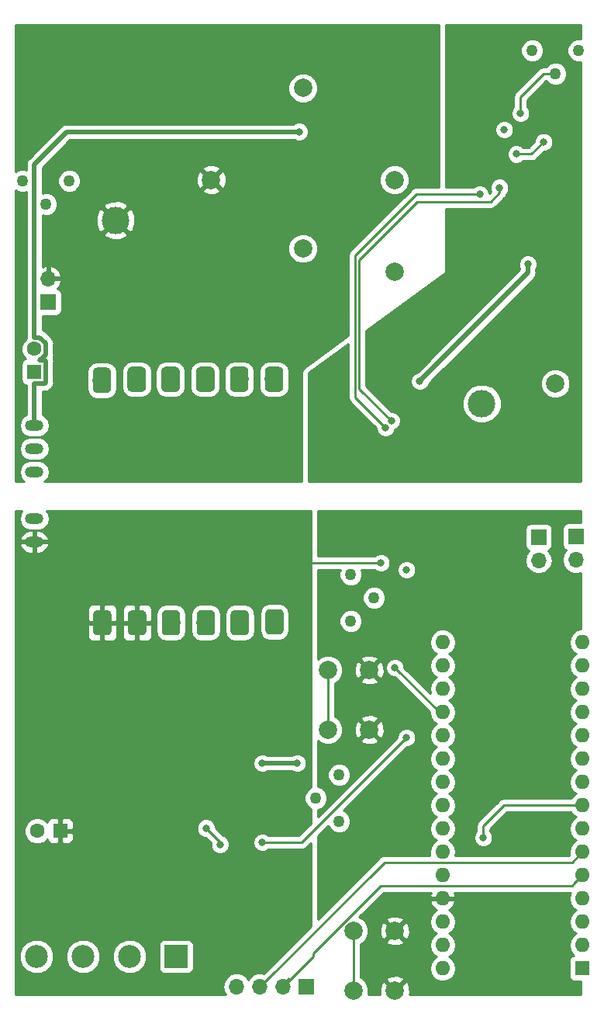
<source format=gbr>
G04 #@! TF.GenerationSoftware,KiCad,Pcbnew,5.0.2+dfsg1-1*
G04 #@! TF.CreationDate,2019-12-18T15:50:12+01:00*
G04 #@! TF.ProjectId,gausskanone,67617573-736b-4616-9e6f-6e652e6b6963,rev?*
G04 #@! TF.SameCoordinates,Original*
G04 #@! TF.FileFunction,Copper,L2,Bot*
G04 #@! TF.FilePolarity,Positive*
%FSLAX46Y46*%
G04 Gerber Fmt 4.6, Leading zero omitted, Abs format (unit mm)*
G04 Created by KiCad (PCBNEW 5.0.2+dfsg1-1) date Mi 18 Dez 2019 15:50:12 CET*
%MOMM*%
%LPD*%
G01*
G04 APERTURE LIST*
G04 #@! TA.AperFunction,ComponentPad*
%ADD10O,1.700000X1.700000*%
G04 #@! TD*
G04 #@! TA.AperFunction,ComponentPad*
%ADD11R,1.700000X1.700000*%
G04 #@! TD*
G04 #@! TA.AperFunction,ComponentPad*
%ADD12O,1.600000X1.600000*%
G04 #@! TD*
G04 #@! TA.AperFunction,ComponentPad*
%ADD13R,1.600000X1.600000*%
G04 #@! TD*
G04 #@! TA.AperFunction,ComponentPad*
%ADD14C,2.000000*%
G04 #@! TD*
G04 #@! TA.AperFunction,ComponentPad*
%ADD15C,1.600000*%
G04 #@! TD*
G04 #@! TA.AperFunction,ComponentPad*
%ADD16C,2.500000*%
G04 #@! TD*
G04 #@! TA.AperFunction,ComponentPad*
%ADD17R,2.500000X2.500000*%
G04 #@! TD*
G04 #@! TA.AperFunction,ComponentPad*
%ADD18C,3.000000*%
G04 #@! TD*
G04 #@! TA.AperFunction,Conductor*
%ADD19C,0.100000*%
G04 #@! TD*
G04 #@! TA.AperFunction,ComponentPad*
%ADD20C,1.260000*%
G04 #@! TD*
G04 #@! TA.AperFunction,ComponentPad*
%ADD21O,2.000000X1.200000*%
G04 #@! TD*
G04 #@! TA.AperFunction,ViaPad*
%ADD22C,0.800000*%
G04 #@! TD*
G04 #@! TA.AperFunction,Conductor*
%ADD23C,0.250000*%
G04 #@! TD*
G04 #@! TA.AperFunction,Conductor*
%ADD24C,0.500000*%
G04 #@! TD*
G04 #@! TA.AperFunction,Conductor*
%ADD25C,0.254000*%
G04 #@! TD*
G04 APERTURE END LIST*
D10*
G04 #@! TO.P,JP1,2*
G04 #@! TO.N,/ISO60V*
X91694000Y-65786000D03*
D11*
G04 #@! TO.P,JP1,1*
G04 #@! TO.N,Net-(D3-Pad1)*
X91694000Y-68326000D03*
G04 #@! TD*
D12*
G04 #@! TO.P,A1,16*
G04 #@! TO.N,Net-(A1-Pad16)*
X134760000Y-105440000D03*
G04 #@! TO.P,A1,15*
G04 #@! TO.N,Net-(A1-Pad15)*
X150000000Y-105440000D03*
G04 #@! TO.P,A1,30*
G04 #@! TO.N,+12V*
X134760000Y-141000000D03*
G04 #@! TO.P,A1,14*
G04 #@! TO.N,Net-(A1-Pad14)*
X150000000Y-107980000D03*
G04 #@! TO.P,A1,29*
G04 #@! TO.N,GND*
X134760000Y-138460000D03*
G04 #@! TO.P,A1,13*
G04 #@! TO.N,Net-(A1-Pad13)*
X150000000Y-110520000D03*
G04 #@! TO.P,A1,28*
G04 #@! TO.N,Net-(A1-Pad28)*
X134760000Y-135920000D03*
G04 #@! TO.P,A1,12*
G04 #@! TO.N,Net-(A1-Pad12)*
X150000000Y-113060000D03*
G04 #@! TO.P,A1,27*
G04 #@! TO.N,+5V*
X134760000Y-133380000D03*
G04 #@! TO.P,A1,11*
G04 #@! TO.N,/DCDC_EN*
X150000000Y-115600000D03*
G04 #@! TO.P,A1,26*
G04 #@! TO.N,Net-(A1-Pad26)*
X134760000Y-130840000D03*
G04 #@! TO.P,A1,10*
G04 #@! TO.N,/IGNITION*
X150000000Y-118140000D03*
G04 #@! TO.P,A1,25*
G04 #@! TO.N,Net-(A1-Pad25)*
X134760000Y-128300000D03*
G04 #@! TO.P,A1,9*
G04 #@! TO.N,Net-(A1-Pad9)*
X150000000Y-120680000D03*
G04 #@! TO.P,A1,24*
G04 #@! TO.N,Net-(A1-Pad24)*
X134760000Y-125760000D03*
G04 #@! TO.P,A1,8*
G04 #@! TO.N,Net-(A1-Pad8)*
X150000000Y-123220000D03*
G04 #@! TO.P,A1,23*
G04 #@! TO.N,Net-(A1-Pad23)*
X134760000Y-123220000D03*
G04 #@! TO.P,A1,7*
G04 #@! TO.N,/READY*
X150000000Y-125760000D03*
G04 #@! TO.P,A1,22*
G04 #@! TO.N,Net-(A1-Pad22)*
X134760000Y-120680000D03*
G04 #@! TO.P,A1,6*
G04 #@! TO.N,Net-(A1-Pad6)*
X150000000Y-128300000D03*
G04 #@! TO.P,A1,21*
G04 #@! TO.N,Net-(A1-Pad21)*
X134760000Y-118140000D03*
G04 #@! TO.P,A1,5*
G04 #@! TO.N,Net-(A1-Pad5)*
X150000000Y-130840000D03*
G04 #@! TO.P,A1,20*
G04 #@! TO.N,Net-(A1-Pad20)*
X134760000Y-115600000D03*
G04 #@! TO.P,A1,4*
G04 #@! TO.N,GND*
X150000000Y-133380000D03*
G04 #@! TO.P,A1,19*
G04 #@! TO.N,/UMeas*
X134760000Y-113060000D03*
G04 #@! TO.P,A1,3*
G04 #@! TO.N,Net-(A1-Pad3)*
X150000000Y-135920000D03*
G04 #@! TO.P,A1,18*
G04 #@! TO.N,Net-(A1-Pad18)*
X134760000Y-110520000D03*
G04 #@! TO.P,A1,2*
G04 #@! TO.N,Net-(A1-Pad2)*
X150000000Y-138460000D03*
G04 #@! TO.P,A1,17*
G04 #@! TO.N,Net-(A1-Pad17)*
X134760000Y-107980000D03*
D13*
G04 #@! TO.P,A1,1*
G04 #@! TO.N,Net-(A1-Pad1)*
X150000000Y-141000000D03*
G04 #@! TD*
D14*
G04 #@! TO.P,C2,2*
G04 #@! TO.N,/ISOGND*
X129500000Y-65000000D03*
G04 #@! TO.P,C2,NC*
G04 #@! TO.N,N/C*
X119500000Y-62500000D03*
X119500000Y-45000000D03*
X129500000Y-55000000D03*
G04 #@! TO.P,C2,1*
G04 #@! TO.N,/ISO60V*
X109500000Y-55000000D03*
G04 #@! TD*
D15*
G04 #@! TO.P,C6,2*
G04 #@! TO.N,/ISOGND*
X90170000Y-73446000D03*
D13*
G04 #@! TO.P,C6,1*
G04 #@! TO.N,/ISO+12V*
X90170000Y-75946000D03*
G04 #@! TD*
D15*
G04 #@! TO.P,C8,2*
G04 #@! TO.N,GND*
X90500000Y-126000000D03*
D13*
G04 #@! TO.P,C8,1*
G04 #@! TO.N,+12V*
X93000000Y-126000000D03*
G04 #@! TD*
D16*
G04 #@! TO.P,J1,4*
G04 #@! TO.N,Net-(D4-Pad2)*
X90424000Y-139700000D03*
G04 #@! TO.P,J1,3*
X95504000Y-139700000D03*
G04 #@! TO.P,J1,2*
G04 #@! TO.N,GND*
X100584000Y-139700000D03*
D17*
G04 #@! TO.P,J1,1*
X105664000Y-139700000D03*
G04 #@! TD*
D10*
G04 #@! TO.P,J2,4*
G04 #@! TO.N,GND*
X112268000Y-143000000D03*
G04 #@! TO.P,J2,3*
G04 #@! TO.N,Net-(A1-Pad6)*
X114808000Y-143000000D03*
G04 #@! TO.P,J2,2*
G04 #@! TO.N,Net-(A1-Pad5)*
X117348000Y-143000000D03*
D11*
G04 #@! TO.P,J2,1*
G04 #@! TO.N,+5V*
X119888000Y-143000000D03*
G04 #@! TD*
D10*
G04 #@! TO.P,J3,2*
G04 #@! TO.N,/READY*
X149309210Y-96442874D03*
D11*
G04 #@! TO.P,J3,1*
G04 #@! TO.N,GND*
X149309210Y-93902874D03*
G04 #@! TD*
D10*
G04 #@! TO.P,J4,2*
G04 #@! TO.N,/READY*
X145245210Y-96506874D03*
D11*
G04 #@! TO.P,J4,1*
G04 #@! TO.N,GND*
X145245210Y-93966874D03*
G04 #@! TD*
D18*
G04 #@! TO.P,L1,2*
G04 #@! TO.N,Net-(D2-Pad2)*
X139048000Y-79406000D03*
G04 #@! TO.P,L1,1*
G04 #@! TO.N,/ISO60V*
X99048000Y-59406000D03*
G04 #@! TD*
D19*
G04 #@! TO.N,N/C*
G04 #@! TO.C,L2*
G36*
X109399009Y-75377408D02*
X109447545Y-75384607D01*
X109495142Y-75396530D01*
X109541342Y-75413060D01*
X109585698Y-75434039D01*
X109627785Y-75459265D01*
X109667197Y-75488495D01*
X109703553Y-75521447D01*
X109736505Y-75557803D01*
X109765735Y-75597215D01*
X109790961Y-75639302D01*
X109811940Y-75683658D01*
X109828470Y-75729858D01*
X109840393Y-75777455D01*
X109847592Y-75825991D01*
X109850000Y-75875000D01*
X109850000Y-77625000D01*
X109847592Y-77674009D01*
X109840393Y-77722545D01*
X109828470Y-77770142D01*
X109811940Y-77816342D01*
X109790961Y-77860698D01*
X109765735Y-77902785D01*
X109736505Y-77942197D01*
X109703553Y-77978553D01*
X109667197Y-78011505D01*
X109627785Y-78040735D01*
X109585698Y-78065961D01*
X109541342Y-78086940D01*
X109495142Y-78103470D01*
X109447545Y-78115393D01*
X109399009Y-78122592D01*
X109350000Y-78125000D01*
X108350000Y-78125000D01*
X108300991Y-78122592D01*
X108252455Y-78115393D01*
X108204858Y-78103470D01*
X108158658Y-78086940D01*
X108114302Y-78065961D01*
X108072215Y-78040735D01*
X108032803Y-78011505D01*
X107996447Y-77978553D01*
X107963495Y-77942197D01*
X107934265Y-77902785D01*
X107909039Y-77860698D01*
X107888060Y-77816342D01*
X107871530Y-77770142D01*
X107859607Y-77722545D01*
X107852408Y-77674009D01*
X107850000Y-77625000D01*
X107850000Y-75875000D01*
X107852408Y-75825991D01*
X107859607Y-75777455D01*
X107871530Y-75729858D01*
X107888060Y-75683658D01*
X107909039Y-75639302D01*
X107934265Y-75597215D01*
X107963495Y-75557803D01*
X107996447Y-75521447D01*
X108032803Y-75488495D01*
X108072215Y-75459265D01*
X108114302Y-75434039D01*
X108158658Y-75413060D01*
X108204858Y-75396530D01*
X108252455Y-75384607D01*
X108300991Y-75377408D01*
X108350000Y-75375000D01*
X109350000Y-75375000D01*
X109399009Y-75377408D01*
X109399009Y-75377408D01*
G37*
D14*
G04 #@! TD*
G04 #@! TO.P,L2,9*
G04 #@! TO.N,N/C*
X108850000Y-76750000D03*
D19*
G04 #@! TO.N,N/C*
G04 #@! TO.C,L2*
G36*
X113099009Y-75377408D02*
X113147545Y-75384607D01*
X113195142Y-75396530D01*
X113241342Y-75413060D01*
X113285698Y-75434039D01*
X113327785Y-75459265D01*
X113367197Y-75488495D01*
X113403553Y-75521447D01*
X113436505Y-75557803D01*
X113465735Y-75597215D01*
X113490961Y-75639302D01*
X113511940Y-75683658D01*
X113528470Y-75729858D01*
X113540393Y-75777455D01*
X113547592Y-75825991D01*
X113550000Y-75875000D01*
X113550000Y-77625000D01*
X113547592Y-77674009D01*
X113540393Y-77722545D01*
X113528470Y-77770142D01*
X113511940Y-77816342D01*
X113490961Y-77860698D01*
X113465735Y-77902785D01*
X113436505Y-77942197D01*
X113403553Y-77978553D01*
X113367197Y-78011505D01*
X113327785Y-78040735D01*
X113285698Y-78065961D01*
X113241342Y-78086940D01*
X113195142Y-78103470D01*
X113147545Y-78115393D01*
X113099009Y-78122592D01*
X113050000Y-78125000D01*
X112050000Y-78125000D01*
X112000991Y-78122592D01*
X111952455Y-78115393D01*
X111904858Y-78103470D01*
X111858658Y-78086940D01*
X111814302Y-78065961D01*
X111772215Y-78040735D01*
X111732803Y-78011505D01*
X111696447Y-77978553D01*
X111663495Y-77942197D01*
X111634265Y-77902785D01*
X111609039Y-77860698D01*
X111588060Y-77816342D01*
X111571530Y-77770142D01*
X111559607Y-77722545D01*
X111552408Y-77674009D01*
X111550000Y-77625000D01*
X111550000Y-75875000D01*
X111552408Y-75825991D01*
X111559607Y-75777455D01*
X111571530Y-75729858D01*
X111588060Y-75683658D01*
X111609039Y-75639302D01*
X111634265Y-75597215D01*
X111663495Y-75557803D01*
X111696447Y-75521447D01*
X111732803Y-75488495D01*
X111772215Y-75459265D01*
X111814302Y-75434039D01*
X111858658Y-75413060D01*
X111904858Y-75396530D01*
X111952455Y-75384607D01*
X112000991Y-75377408D01*
X112050000Y-75375000D01*
X113050000Y-75375000D01*
X113099009Y-75377408D01*
X113099009Y-75377408D01*
G37*
D14*
G04 #@! TD*
G04 #@! TO.P,L2,8*
G04 #@! TO.N,N/C*
X112550000Y-76750000D03*
D19*
G04 #@! TO.N,Net-(D3-Pad2)*
G04 #@! TO.C,L2*
G36*
X116899009Y-75377408D02*
X116947545Y-75384607D01*
X116995142Y-75396530D01*
X117041342Y-75413060D01*
X117085698Y-75434039D01*
X117127785Y-75459265D01*
X117167197Y-75488495D01*
X117203553Y-75521447D01*
X117236505Y-75557803D01*
X117265735Y-75597215D01*
X117290961Y-75639302D01*
X117311940Y-75683658D01*
X117328470Y-75729858D01*
X117340393Y-75777455D01*
X117347592Y-75825991D01*
X117350000Y-75875000D01*
X117350000Y-77625000D01*
X117347592Y-77674009D01*
X117340393Y-77722545D01*
X117328470Y-77770142D01*
X117311940Y-77816342D01*
X117290961Y-77860698D01*
X117265735Y-77902785D01*
X117236505Y-77942197D01*
X117203553Y-77978553D01*
X117167197Y-78011505D01*
X117127785Y-78040735D01*
X117085698Y-78065961D01*
X117041342Y-78086940D01*
X116995142Y-78103470D01*
X116947545Y-78115393D01*
X116899009Y-78122592D01*
X116850000Y-78125000D01*
X115850000Y-78125000D01*
X115800991Y-78122592D01*
X115752455Y-78115393D01*
X115704858Y-78103470D01*
X115658658Y-78086940D01*
X115614302Y-78065961D01*
X115572215Y-78040735D01*
X115532803Y-78011505D01*
X115496447Y-77978553D01*
X115463495Y-77942197D01*
X115434265Y-77902785D01*
X115409039Y-77860698D01*
X115388060Y-77816342D01*
X115371530Y-77770142D01*
X115359607Y-77722545D01*
X115352408Y-77674009D01*
X115350000Y-77625000D01*
X115350000Y-75875000D01*
X115352408Y-75825991D01*
X115359607Y-75777455D01*
X115371530Y-75729858D01*
X115388060Y-75683658D01*
X115409039Y-75639302D01*
X115434265Y-75597215D01*
X115463495Y-75557803D01*
X115496447Y-75521447D01*
X115532803Y-75488495D01*
X115572215Y-75459265D01*
X115614302Y-75434039D01*
X115658658Y-75413060D01*
X115704858Y-75396530D01*
X115752455Y-75384607D01*
X115800991Y-75377408D01*
X115850000Y-75375000D01*
X116850000Y-75375000D01*
X116899009Y-75377408D01*
X116899009Y-75377408D01*
G37*
D14*
G04 #@! TD*
G04 #@! TO.P,L2,7*
G04 #@! TO.N,Net-(D3-Pad2)*
X116350000Y-76750000D03*
D19*
G04 #@! TO.N,N/C*
G04 #@! TO.C,L2*
G36*
X101899009Y-75377408D02*
X101947545Y-75384607D01*
X101995142Y-75396530D01*
X102041342Y-75413060D01*
X102085698Y-75434039D01*
X102127785Y-75459265D01*
X102167197Y-75488495D01*
X102203553Y-75521447D01*
X102236505Y-75557803D01*
X102265735Y-75597215D01*
X102290961Y-75639302D01*
X102311940Y-75683658D01*
X102328470Y-75729858D01*
X102340393Y-75777455D01*
X102347592Y-75825991D01*
X102350000Y-75875000D01*
X102350000Y-77625000D01*
X102347592Y-77674009D01*
X102340393Y-77722545D01*
X102328470Y-77770142D01*
X102311940Y-77816342D01*
X102290961Y-77860698D01*
X102265735Y-77902785D01*
X102236505Y-77942197D01*
X102203553Y-77978553D01*
X102167197Y-78011505D01*
X102127785Y-78040735D01*
X102085698Y-78065961D01*
X102041342Y-78086940D01*
X101995142Y-78103470D01*
X101947545Y-78115393D01*
X101899009Y-78122592D01*
X101850000Y-78125000D01*
X100850000Y-78125000D01*
X100800991Y-78122592D01*
X100752455Y-78115393D01*
X100704858Y-78103470D01*
X100658658Y-78086940D01*
X100614302Y-78065961D01*
X100572215Y-78040735D01*
X100532803Y-78011505D01*
X100496447Y-77978553D01*
X100463495Y-77942197D01*
X100434265Y-77902785D01*
X100409039Y-77860698D01*
X100388060Y-77816342D01*
X100371530Y-77770142D01*
X100359607Y-77722545D01*
X100352408Y-77674009D01*
X100350000Y-77625000D01*
X100350000Y-75875000D01*
X100352408Y-75825991D01*
X100359607Y-75777455D01*
X100371530Y-75729858D01*
X100388060Y-75683658D01*
X100409039Y-75639302D01*
X100434265Y-75597215D01*
X100463495Y-75557803D01*
X100496447Y-75521447D01*
X100532803Y-75488495D01*
X100572215Y-75459265D01*
X100614302Y-75434039D01*
X100658658Y-75413060D01*
X100704858Y-75396530D01*
X100752455Y-75384607D01*
X100800991Y-75377408D01*
X100850000Y-75375000D01*
X101850000Y-75375000D01*
X101899009Y-75377408D01*
X101899009Y-75377408D01*
G37*
D14*
G04 #@! TD*
G04 #@! TO.P,L2,11*
G04 #@! TO.N,N/C*
X101350000Y-76750000D03*
D19*
G04 #@! TO.N,N/C*
G04 #@! TO.C,L2*
G36*
X105599009Y-75377408D02*
X105647545Y-75384607D01*
X105695142Y-75396530D01*
X105741342Y-75413060D01*
X105785698Y-75434039D01*
X105827785Y-75459265D01*
X105867197Y-75488495D01*
X105903553Y-75521447D01*
X105936505Y-75557803D01*
X105965735Y-75597215D01*
X105990961Y-75639302D01*
X106011940Y-75683658D01*
X106028470Y-75729858D01*
X106040393Y-75777455D01*
X106047592Y-75825991D01*
X106050000Y-75875000D01*
X106050000Y-77625000D01*
X106047592Y-77674009D01*
X106040393Y-77722545D01*
X106028470Y-77770142D01*
X106011940Y-77816342D01*
X105990961Y-77860698D01*
X105965735Y-77902785D01*
X105936505Y-77942197D01*
X105903553Y-77978553D01*
X105867197Y-78011505D01*
X105827785Y-78040735D01*
X105785698Y-78065961D01*
X105741342Y-78086940D01*
X105695142Y-78103470D01*
X105647545Y-78115393D01*
X105599009Y-78122592D01*
X105550000Y-78125000D01*
X104550000Y-78125000D01*
X104500991Y-78122592D01*
X104452455Y-78115393D01*
X104404858Y-78103470D01*
X104358658Y-78086940D01*
X104314302Y-78065961D01*
X104272215Y-78040735D01*
X104232803Y-78011505D01*
X104196447Y-77978553D01*
X104163495Y-77942197D01*
X104134265Y-77902785D01*
X104109039Y-77860698D01*
X104088060Y-77816342D01*
X104071530Y-77770142D01*
X104059607Y-77722545D01*
X104052408Y-77674009D01*
X104050000Y-77625000D01*
X104050000Y-75875000D01*
X104052408Y-75825991D01*
X104059607Y-75777455D01*
X104071530Y-75729858D01*
X104088060Y-75683658D01*
X104109039Y-75639302D01*
X104134265Y-75597215D01*
X104163495Y-75557803D01*
X104196447Y-75521447D01*
X104232803Y-75488495D01*
X104272215Y-75459265D01*
X104314302Y-75434039D01*
X104358658Y-75413060D01*
X104404858Y-75396530D01*
X104452455Y-75384607D01*
X104500991Y-75377408D01*
X104550000Y-75375000D01*
X105550000Y-75375000D01*
X105599009Y-75377408D01*
X105599009Y-75377408D01*
G37*
D14*
G04 #@! TD*
G04 #@! TO.P,L2,10*
G04 #@! TO.N,N/C*
X105050000Y-76750000D03*
D19*
G04 #@! TO.N,/ISOGND*
G04 #@! TO.C,L2*
G36*
X98101009Y-75477408D02*
X98149545Y-75484607D01*
X98197142Y-75496530D01*
X98243342Y-75513060D01*
X98287698Y-75534039D01*
X98329785Y-75559265D01*
X98369197Y-75588495D01*
X98405553Y-75621447D01*
X98438505Y-75657803D01*
X98467735Y-75697215D01*
X98492961Y-75739302D01*
X98513940Y-75783658D01*
X98530470Y-75829858D01*
X98542393Y-75877455D01*
X98549592Y-75925991D01*
X98552000Y-75975000D01*
X98552000Y-77725000D01*
X98549592Y-77774009D01*
X98542393Y-77822545D01*
X98530470Y-77870142D01*
X98513940Y-77916342D01*
X98492961Y-77960698D01*
X98467735Y-78002785D01*
X98438505Y-78042197D01*
X98405553Y-78078553D01*
X98369197Y-78111505D01*
X98329785Y-78140735D01*
X98287698Y-78165961D01*
X98243342Y-78186940D01*
X98197142Y-78203470D01*
X98149545Y-78215393D01*
X98101009Y-78222592D01*
X98052000Y-78225000D01*
X97052000Y-78225000D01*
X97002991Y-78222592D01*
X96954455Y-78215393D01*
X96906858Y-78203470D01*
X96860658Y-78186940D01*
X96816302Y-78165961D01*
X96774215Y-78140735D01*
X96734803Y-78111505D01*
X96698447Y-78078553D01*
X96665495Y-78042197D01*
X96636265Y-78002785D01*
X96611039Y-77960698D01*
X96590060Y-77916342D01*
X96573530Y-77870142D01*
X96561607Y-77822545D01*
X96554408Y-77774009D01*
X96552000Y-77725000D01*
X96552000Y-75975000D01*
X96554408Y-75925991D01*
X96561607Y-75877455D01*
X96573530Y-75829858D01*
X96590060Y-75783658D01*
X96611039Y-75739302D01*
X96636265Y-75697215D01*
X96665495Y-75657803D01*
X96698447Y-75621447D01*
X96734803Y-75588495D01*
X96774215Y-75559265D01*
X96816302Y-75534039D01*
X96860658Y-75513060D01*
X96906858Y-75496530D01*
X96954455Y-75484607D01*
X97002991Y-75477408D01*
X97052000Y-75475000D01*
X98052000Y-75475000D01*
X98101009Y-75477408D01*
X98101009Y-75477408D01*
G37*
D14*
G04 #@! TD*
G04 #@! TO.P,L2,12*
G04 #@! TO.N,/ISOGND*
X97552000Y-76850000D03*
D19*
G04 #@! TO.N,+12V*
G04 #@! TO.C,L2*
G36*
X98149009Y-101927408D02*
X98197545Y-101934607D01*
X98245142Y-101946530D01*
X98291342Y-101963060D01*
X98335698Y-101984039D01*
X98377785Y-102009265D01*
X98417197Y-102038495D01*
X98453553Y-102071447D01*
X98486505Y-102107803D01*
X98515735Y-102147215D01*
X98540961Y-102189302D01*
X98561940Y-102233658D01*
X98578470Y-102279858D01*
X98590393Y-102327455D01*
X98597592Y-102375991D01*
X98600000Y-102425000D01*
X98600000Y-104175000D01*
X98597592Y-104224009D01*
X98590393Y-104272545D01*
X98578470Y-104320142D01*
X98561940Y-104366342D01*
X98540961Y-104410698D01*
X98515735Y-104452785D01*
X98486505Y-104492197D01*
X98453553Y-104528553D01*
X98417197Y-104561505D01*
X98377785Y-104590735D01*
X98335698Y-104615961D01*
X98291342Y-104636940D01*
X98245142Y-104653470D01*
X98197545Y-104665393D01*
X98149009Y-104672592D01*
X98100000Y-104675000D01*
X97100000Y-104675000D01*
X97050991Y-104672592D01*
X97002455Y-104665393D01*
X96954858Y-104653470D01*
X96908658Y-104636940D01*
X96864302Y-104615961D01*
X96822215Y-104590735D01*
X96782803Y-104561505D01*
X96746447Y-104528553D01*
X96713495Y-104492197D01*
X96684265Y-104452785D01*
X96659039Y-104410698D01*
X96638060Y-104366342D01*
X96621530Y-104320142D01*
X96609607Y-104272545D01*
X96602408Y-104224009D01*
X96600000Y-104175000D01*
X96600000Y-102425000D01*
X96602408Y-102375991D01*
X96609607Y-102327455D01*
X96621530Y-102279858D01*
X96638060Y-102233658D01*
X96659039Y-102189302D01*
X96684265Y-102147215D01*
X96713495Y-102107803D01*
X96746447Y-102071447D01*
X96782803Y-102038495D01*
X96822215Y-102009265D01*
X96864302Y-101984039D01*
X96908658Y-101963060D01*
X96954858Y-101946530D01*
X97002455Y-101934607D01*
X97050991Y-101927408D01*
X97100000Y-101925000D01*
X98100000Y-101925000D01*
X98149009Y-101927408D01*
X98149009Y-101927408D01*
G37*
D14*
G04 #@! TD*
G04 #@! TO.P,L2,1*
G04 #@! TO.N,+12V*
X97600000Y-103300000D03*
D19*
G04 #@! TO.N,+12V*
G04 #@! TO.C,L2*
G36*
X101949009Y-101927408D02*
X101997545Y-101934607D01*
X102045142Y-101946530D01*
X102091342Y-101963060D01*
X102135698Y-101984039D01*
X102177785Y-102009265D01*
X102217197Y-102038495D01*
X102253553Y-102071447D01*
X102286505Y-102107803D01*
X102315735Y-102147215D01*
X102340961Y-102189302D01*
X102361940Y-102233658D01*
X102378470Y-102279858D01*
X102390393Y-102327455D01*
X102397592Y-102375991D01*
X102400000Y-102425000D01*
X102400000Y-104175000D01*
X102397592Y-104224009D01*
X102390393Y-104272545D01*
X102378470Y-104320142D01*
X102361940Y-104366342D01*
X102340961Y-104410698D01*
X102315735Y-104452785D01*
X102286505Y-104492197D01*
X102253553Y-104528553D01*
X102217197Y-104561505D01*
X102177785Y-104590735D01*
X102135698Y-104615961D01*
X102091342Y-104636940D01*
X102045142Y-104653470D01*
X101997545Y-104665393D01*
X101949009Y-104672592D01*
X101900000Y-104675000D01*
X100900000Y-104675000D01*
X100850991Y-104672592D01*
X100802455Y-104665393D01*
X100754858Y-104653470D01*
X100708658Y-104636940D01*
X100664302Y-104615961D01*
X100622215Y-104590735D01*
X100582803Y-104561505D01*
X100546447Y-104528553D01*
X100513495Y-104492197D01*
X100484265Y-104452785D01*
X100459039Y-104410698D01*
X100438060Y-104366342D01*
X100421530Y-104320142D01*
X100409607Y-104272545D01*
X100402408Y-104224009D01*
X100400000Y-104175000D01*
X100400000Y-102425000D01*
X100402408Y-102375991D01*
X100409607Y-102327455D01*
X100421530Y-102279858D01*
X100438060Y-102233658D01*
X100459039Y-102189302D01*
X100484265Y-102147215D01*
X100513495Y-102107803D01*
X100546447Y-102071447D01*
X100582803Y-102038495D01*
X100622215Y-102009265D01*
X100664302Y-101984039D01*
X100708658Y-101963060D01*
X100754858Y-101946530D01*
X100802455Y-101934607D01*
X100850991Y-101927408D01*
X100900000Y-101925000D01*
X101900000Y-101925000D01*
X101949009Y-101927408D01*
X101949009Y-101927408D01*
G37*
D14*
G04 #@! TD*
G04 #@! TO.P,L2,2*
G04 #@! TO.N,+12V*
X101400000Y-103300000D03*
D19*
G04 #@! TO.N,Net-(L2-Pad3)*
G04 #@! TO.C,L2*
G36*
X105649009Y-101927408D02*
X105697545Y-101934607D01*
X105745142Y-101946530D01*
X105791342Y-101963060D01*
X105835698Y-101984039D01*
X105877785Y-102009265D01*
X105917197Y-102038495D01*
X105953553Y-102071447D01*
X105986505Y-102107803D01*
X106015735Y-102147215D01*
X106040961Y-102189302D01*
X106061940Y-102233658D01*
X106078470Y-102279858D01*
X106090393Y-102327455D01*
X106097592Y-102375991D01*
X106100000Y-102425000D01*
X106100000Y-104175000D01*
X106097592Y-104224009D01*
X106090393Y-104272545D01*
X106078470Y-104320142D01*
X106061940Y-104366342D01*
X106040961Y-104410698D01*
X106015735Y-104452785D01*
X105986505Y-104492197D01*
X105953553Y-104528553D01*
X105917197Y-104561505D01*
X105877785Y-104590735D01*
X105835698Y-104615961D01*
X105791342Y-104636940D01*
X105745142Y-104653470D01*
X105697545Y-104665393D01*
X105649009Y-104672592D01*
X105600000Y-104675000D01*
X104600000Y-104675000D01*
X104550991Y-104672592D01*
X104502455Y-104665393D01*
X104454858Y-104653470D01*
X104408658Y-104636940D01*
X104364302Y-104615961D01*
X104322215Y-104590735D01*
X104282803Y-104561505D01*
X104246447Y-104528553D01*
X104213495Y-104492197D01*
X104184265Y-104452785D01*
X104159039Y-104410698D01*
X104138060Y-104366342D01*
X104121530Y-104320142D01*
X104109607Y-104272545D01*
X104102408Y-104224009D01*
X104100000Y-104175000D01*
X104100000Y-102425000D01*
X104102408Y-102375991D01*
X104109607Y-102327455D01*
X104121530Y-102279858D01*
X104138060Y-102233658D01*
X104159039Y-102189302D01*
X104184265Y-102147215D01*
X104213495Y-102107803D01*
X104246447Y-102071447D01*
X104282803Y-102038495D01*
X104322215Y-102009265D01*
X104364302Y-101984039D01*
X104408658Y-101963060D01*
X104454858Y-101946530D01*
X104502455Y-101934607D01*
X104550991Y-101927408D01*
X104600000Y-101925000D01*
X105600000Y-101925000D01*
X105649009Y-101927408D01*
X105649009Y-101927408D01*
G37*
D14*
G04 #@! TD*
G04 #@! TO.P,L2,3*
G04 #@! TO.N,Net-(L2-Pad3)*
X105100000Y-103300000D03*
D19*
G04 #@! TO.N,Net-(L2-Pad3)*
G04 #@! TO.C,L2*
G36*
X109449009Y-101927408D02*
X109497545Y-101934607D01*
X109545142Y-101946530D01*
X109591342Y-101963060D01*
X109635698Y-101984039D01*
X109677785Y-102009265D01*
X109717197Y-102038495D01*
X109753553Y-102071447D01*
X109786505Y-102107803D01*
X109815735Y-102147215D01*
X109840961Y-102189302D01*
X109861940Y-102233658D01*
X109878470Y-102279858D01*
X109890393Y-102327455D01*
X109897592Y-102375991D01*
X109900000Y-102425000D01*
X109900000Y-104175000D01*
X109897592Y-104224009D01*
X109890393Y-104272545D01*
X109878470Y-104320142D01*
X109861940Y-104366342D01*
X109840961Y-104410698D01*
X109815735Y-104452785D01*
X109786505Y-104492197D01*
X109753553Y-104528553D01*
X109717197Y-104561505D01*
X109677785Y-104590735D01*
X109635698Y-104615961D01*
X109591342Y-104636940D01*
X109545142Y-104653470D01*
X109497545Y-104665393D01*
X109449009Y-104672592D01*
X109400000Y-104675000D01*
X108400000Y-104675000D01*
X108350991Y-104672592D01*
X108302455Y-104665393D01*
X108254858Y-104653470D01*
X108208658Y-104636940D01*
X108164302Y-104615961D01*
X108122215Y-104590735D01*
X108082803Y-104561505D01*
X108046447Y-104528553D01*
X108013495Y-104492197D01*
X107984265Y-104452785D01*
X107959039Y-104410698D01*
X107938060Y-104366342D01*
X107921530Y-104320142D01*
X107909607Y-104272545D01*
X107902408Y-104224009D01*
X107900000Y-104175000D01*
X107900000Y-102425000D01*
X107902408Y-102375991D01*
X107909607Y-102327455D01*
X107921530Y-102279858D01*
X107938060Y-102233658D01*
X107959039Y-102189302D01*
X107984265Y-102147215D01*
X108013495Y-102107803D01*
X108046447Y-102071447D01*
X108082803Y-102038495D01*
X108122215Y-102009265D01*
X108164302Y-101984039D01*
X108208658Y-101963060D01*
X108254858Y-101946530D01*
X108302455Y-101934607D01*
X108350991Y-101927408D01*
X108400000Y-101925000D01*
X109400000Y-101925000D01*
X109449009Y-101927408D01*
X109449009Y-101927408D01*
G37*
D14*
G04 #@! TD*
G04 #@! TO.P,L2,4*
G04 #@! TO.N,Net-(L2-Pad3)*
X108900000Y-103300000D03*
D19*
G04 #@! TO.N,Net-(D7-Pad2)*
G04 #@! TO.C,L2*
G36*
X113149009Y-101927408D02*
X113197545Y-101934607D01*
X113245142Y-101946530D01*
X113291342Y-101963060D01*
X113335698Y-101984039D01*
X113377785Y-102009265D01*
X113417197Y-102038495D01*
X113453553Y-102071447D01*
X113486505Y-102107803D01*
X113515735Y-102147215D01*
X113540961Y-102189302D01*
X113561940Y-102233658D01*
X113578470Y-102279858D01*
X113590393Y-102327455D01*
X113597592Y-102375991D01*
X113600000Y-102425000D01*
X113600000Y-104175000D01*
X113597592Y-104224009D01*
X113590393Y-104272545D01*
X113578470Y-104320142D01*
X113561940Y-104366342D01*
X113540961Y-104410698D01*
X113515735Y-104452785D01*
X113486505Y-104492197D01*
X113453553Y-104528553D01*
X113417197Y-104561505D01*
X113377785Y-104590735D01*
X113335698Y-104615961D01*
X113291342Y-104636940D01*
X113245142Y-104653470D01*
X113197545Y-104665393D01*
X113149009Y-104672592D01*
X113100000Y-104675000D01*
X112100000Y-104675000D01*
X112050991Y-104672592D01*
X112002455Y-104665393D01*
X111954858Y-104653470D01*
X111908658Y-104636940D01*
X111864302Y-104615961D01*
X111822215Y-104590735D01*
X111782803Y-104561505D01*
X111746447Y-104528553D01*
X111713495Y-104492197D01*
X111684265Y-104452785D01*
X111659039Y-104410698D01*
X111638060Y-104366342D01*
X111621530Y-104320142D01*
X111609607Y-104272545D01*
X111602408Y-104224009D01*
X111600000Y-104175000D01*
X111600000Y-102425000D01*
X111602408Y-102375991D01*
X111609607Y-102327455D01*
X111621530Y-102279858D01*
X111638060Y-102233658D01*
X111659039Y-102189302D01*
X111684265Y-102147215D01*
X111713495Y-102107803D01*
X111746447Y-102071447D01*
X111782803Y-102038495D01*
X111822215Y-102009265D01*
X111864302Y-101984039D01*
X111908658Y-101963060D01*
X111954858Y-101946530D01*
X112002455Y-101934607D01*
X112050991Y-101927408D01*
X112100000Y-101925000D01*
X113100000Y-101925000D01*
X113149009Y-101927408D01*
X113149009Y-101927408D01*
G37*
D14*
G04 #@! TD*
G04 #@! TO.P,L2,5*
G04 #@! TO.N,Net-(D7-Pad2)*
X112600000Y-103300000D03*
D19*
G04 #@! TO.N,GND*
G04 #@! TO.C,L2*
G36*
X116947009Y-101827408D02*
X116995545Y-101834607D01*
X117043142Y-101846530D01*
X117089342Y-101863060D01*
X117133698Y-101884039D01*
X117175785Y-101909265D01*
X117215197Y-101938495D01*
X117251553Y-101971447D01*
X117284505Y-102007803D01*
X117313735Y-102047215D01*
X117338961Y-102089302D01*
X117359940Y-102133658D01*
X117376470Y-102179858D01*
X117388393Y-102227455D01*
X117395592Y-102275991D01*
X117398000Y-102325000D01*
X117398000Y-104075000D01*
X117395592Y-104124009D01*
X117388393Y-104172545D01*
X117376470Y-104220142D01*
X117359940Y-104266342D01*
X117338961Y-104310698D01*
X117313735Y-104352785D01*
X117284505Y-104392197D01*
X117251553Y-104428553D01*
X117215197Y-104461505D01*
X117175785Y-104490735D01*
X117133698Y-104515961D01*
X117089342Y-104536940D01*
X117043142Y-104553470D01*
X116995545Y-104565393D01*
X116947009Y-104572592D01*
X116898000Y-104575000D01*
X115898000Y-104575000D01*
X115848991Y-104572592D01*
X115800455Y-104565393D01*
X115752858Y-104553470D01*
X115706658Y-104536940D01*
X115662302Y-104515961D01*
X115620215Y-104490735D01*
X115580803Y-104461505D01*
X115544447Y-104428553D01*
X115511495Y-104392197D01*
X115482265Y-104352785D01*
X115457039Y-104310698D01*
X115436060Y-104266342D01*
X115419530Y-104220142D01*
X115407607Y-104172545D01*
X115400408Y-104124009D01*
X115398000Y-104075000D01*
X115398000Y-102325000D01*
X115400408Y-102275991D01*
X115407607Y-102227455D01*
X115419530Y-102179858D01*
X115436060Y-102133658D01*
X115457039Y-102089302D01*
X115482265Y-102047215D01*
X115511495Y-102007803D01*
X115544447Y-101971447D01*
X115580803Y-101938495D01*
X115620215Y-101909265D01*
X115662302Y-101884039D01*
X115706658Y-101863060D01*
X115752858Y-101846530D01*
X115800455Y-101834607D01*
X115848991Y-101827408D01*
X115898000Y-101825000D01*
X116898000Y-101825000D01*
X116947009Y-101827408D01*
X116947009Y-101827408D01*
G37*
D14*
G04 #@! TD*
G04 #@! TO.P,L2,6*
G04 #@! TO.N,GND*
X116398000Y-103200000D03*
D20*
G04 #@! TO.P,RV1,1*
G04 #@! TO.N,Net-(R1-Pad1)*
X149606000Y-40894000D03*
G04 #@! TO.P,RV1,2*
G04 #@! TO.N,Net-(RV1-Pad2)*
X147066000Y-43434000D03*
G04 #@! TO.P,RV1,3*
G04 #@! TO.N,Net-(R5-Pad1)*
X144526000Y-40894000D03*
G04 #@! TD*
G04 #@! TO.P,RV2,1*
G04 #@! TO.N,/ISOGND*
X93980000Y-55118000D03*
G04 #@! TO.P,RV2,2*
G04 #@! TO.N,Net-(R7-Pad2)*
X91440000Y-57658000D03*
G04 #@! TO.P,RV2,3*
G04 #@! TO.N,Net-(RV2-Pad3)*
X88900000Y-55118000D03*
G04 #@! TD*
G04 #@! TO.P,RV3,1*
G04 #@! TO.N,/UMeas*
X124714000Y-98044000D03*
G04 #@! TO.P,RV3,2*
G04 #@! TO.N,Net-(R10-Pad1)*
X127254000Y-100584000D03*
G04 #@! TO.P,RV3,3*
G04 #@! TO.N,Net-(RV3-Pad3)*
X124714000Y-103124000D03*
G04 #@! TD*
G04 #@! TO.P,RV4,1*
G04 #@! TO.N,GND*
X123444000Y-124968000D03*
G04 #@! TO.P,RV4,2*
G04 #@! TO.N,Net-(R20-Pad1)*
X120904000Y-122428000D03*
G04 #@! TO.P,RV4,3*
G04 #@! TO.N,Net-(RV4-Pad3)*
X123444000Y-119888000D03*
G04 #@! TD*
D14*
G04 #@! TO.P,SW1,1*
G04 #@! TO.N,+5V*
X126746000Y-114958000D03*
G04 #@! TO.P,SW1,2*
G04 #@! TO.N,/IGNITION*
X122246000Y-114958000D03*
G04 #@! TO.P,SW1,1*
G04 #@! TO.N,+5V*
X126746000Y-108458000D03*
G04 #@! TO.P,SW1,2*
G04 #@! TO.N,/IGNITION*
X122246000Y-108458000D03*
G04 #@! TD*
G04 #@! TO.P,SW2,1*
G04 #@! TO.N,+5V*
X129540000Y-143406000D03*
G04 #@! TO.P,SW2,2*
G04 #@! TO.N,Net-(A1-Pad8)*
X125040000Y-143406000D03*
G04 #@! TO.P,SW2,1*
G04 #@! TO.N,+5V*
X129540000Y-136906000D03*
G04 #@! TO.P,SW2,2*
G04 #@! TO.N,Net-(A1-Pad8)*
X125040000Y-136906000D03*
G04 #@! TD*
G04 #@! TO.P,TP2,1*
G04 #@! TO.N,Net-(D2-Pad2)*
X147066000Y-77216000D03*
G04 #@! TD*
D21*
G04 #@! TO.P,U2,6*
G04 #@! TO.N,/ISO-12V*
X90170000Y-81788000D03*
G04 #@! TO.P,U2,5*
G04 #@! TO.N,/ISOGND*
X90170000Y-84328000D03*
G04 #@! TO.P,U2,4*
G04 #@! TO.N,/ISO+12V*
X90170000Y-86868000D03*
G04 #@! TO.P,U2,2*
G04 #@! TO.N,GND*
X90170000Y-91948000D03*
G04 #@! TO.P,U2,1*
G04 #@! TO.N,+12V*
X90170000Y-94488000D03*
G04 #@! TD*
D22*
G04 #@! TO.N,/UMeas*
X129540000Y-108204000D03*
G04 #@! TO.N,GND*
X130810000Y-97536000D03*
X115062000Y-118618000D03*
X118872000Y-118618000D03*
X108935000Y-125695000D03*
X110459000Y-127473000D03*
G04 #@! TO.N,Net-(A1-Pad8)*
X139192000Y-126746000D03*
G04 #@! TO.N,/DCDC_EN*
X130810000Y-115824000D03*
X115061972Y-127254000D03*
G04 #@! TO.N,+5V*
X147320000Y-141732000D03*
X139192000Y-103378000D03*
X130810000Y-127508000D03*
G04 #@! TO.N,+12V*
X99537000Y-104359000D03*
X117094000Y-137414000D03*
X117856000Y-136906000D03*
X117856000Y-138176000D03*
X118618000Y-137668000D03*
X128016000Y-96774000D03*
X114554000Y-133096000D03*
X107950000Y-129540000D03*
X99537000Y-105375000D03*
X99537000Y-106391000D03*
G04 #@! TO.N,/ISO+12V*
X121983500Y-80899000D03*
X120586500Y-84709000D03*
X130937000Y-83185000D03*
X148399500Y-52387500D03*
G04 #@! TO.N,/ISO60V*
X133604000Y-39878000D03*
X104140000Y-39624000D03*
X103632000Y-40386000D03*
X103378000Y-39116000D03*
X102870000Y-39878000D03*
G04 #@! TO.N,Net-(C3-Pad1)*
X145796000Y-50863500D03*
X142811500Y-52197000D03*
G04 #@! TO.N,Net-(C3-Pad2)*
X128524000Y-82042000D03*
X138811000Y-56578500D03*
G04 #@! TO.N,/ISO-12V*
X141478000Y-49530000D03*
X119095000Y-49749000D03*
G04 #@! TO.N,Net-(Q2-Pad1)*
X132270500Y-76962000D03*
X144081500Y-64198500D03*
G04 #@! TO.N,Net-(R2-Pad1)*
X129161711Y-81271724D03*
X140970000Y-55853500D03*
G04 #@! TO.N,Net-(RV1-Pad2)*
X143256000Y-47752000D03*
G04 #@! TD*
D23*
G04 #@! TO.N,/UMeas*
X134396000Y-113060000D02*
X134760000Y-113060000D01*
X129540000Y-108204000D02*
X134396000Y-113060000D01*
D24*
G04 #@! TO.N,GND*
X115062000Y-118618000D02*
X118872000Y-118618000D01*
D23*
X110459000Y-127219000D02*
X110459000Y-127473000D01*
X108935000Y-125695000D02*
X110459000Y-127219000D01*
G04 #@! TO.N,Net-(A1-Pad5)*
X117929999Y-142150001D02*
X117929999Y-142054999D01*
X117080000Y-143000000D02*
X117929999Y-142150001D01*
X149200001Y-131639999D02*
X150000000Y-130840000D01*
X128019997Y-131965001D02*
X148874999Y-131965001D01*
X148874999Y-131965001D02*
X149200001Y-131639999D01*
X120648000Y-139336998D02*
X128019997Y-131965001D01*
X120648000Y-139700000D02*
X120648000Y-139336998D01*
X117348000Y-143000000D02*
X120648000Y-139700000D01*
G04 #@! TO.N,Net-(A1-Pad6)*
X128382999Y-129425001D02*
X114808000Y-143000000D01*
X150000000Y-128300000D02*
X148874999Y-129425001D01*
X148874999Y-129425001D02*
X128382999Y-129425001D01*
G04 #@! TO.N,Net-(A1-Pad8)*
X139192000Y-126746000D02*
X139192000Y-125476000D01*
X141448000Y-123220000D02*
X150000000Y-123220000D01*
X139192000Y-125476000D02*
X141448000Y-123220000D01*
X125040000Y-136906000D02*
X125040000Y-143406000D01*
G04 #@! TO.N,/IGNITION*
X122246000Y-113543787D02*
X122246000Y-108458000D01*
X122246000Y-114958000D02*
X122246000Y-113543787D01*
G04 #@! TO.N,/DCDC_EN*
X130810000Y-115824000D02*
X119380000Y-127254000D01*
X119380000Y-127254000D02*
X115627657Y-127254000D01*
X115627657Y-127254000D02*
X115061972Y-127254000D01*
G04 #@! TO.N,+12V*
X128016000Y-96774000D02*
X119380000Y-96774000D01*
X119380000Y-96774000D02*
X118364000Y-97790000D01*
G04 #@! TO.N,Net-(C3-Pad1)*
X145796000Y-50863500D02*
X144462500Y-52197000D01*
X144462500Y-52197000D02*
X142811500Y-52197000D01*
G04 #@! TO.N,Net-(C3-Pad2)*
X125222000Y-78740000D02*
X125222000Y-63246000D01*
X128524000Y-82042000D02*
X125222000Y-78740000D01*
X131889500Y-56578500D02*
X138245315Y-56578500D01*
X125222000Y-63246000D02*
X131889500Y-56578500D01*
X138245315Y-56578500D02*
X138811000Y-56578500D01*
D24*
G04 #@! TO.N,/ISO-12V*
X119060000Y-49784000D02*
X119095000Y-49749000D01*
X90170000Y-53330000D02*
X93716000Y-49784000D01*
X90170000Y-81788000D02*
X90170000Y-77196001D01*
X91420001Y-77106001D02*
X91420001Y-74785999D01*
X91330001Y-74695999D02*
X90770003Y-74695999D01*
X90170000Y-77196001D02*
X91330001Y-77196001D01*
X91420001Y-72845999D02*
X90770001Y-72195999D01*
X90770001Y-72195999D02*
X90170000Y-72195999D01*
X93716000Y-49784000D02*
X119060000Y-49784000D01*
X90770003Y-74695999D02*
X91420001Y-74046001D01*
X91330001Y-77196001D02*
X91420001Y-77106001D01*
X91420001Y-74785999D02*
X91330001Y-74695999D01*
X91420001Y-74046001D02*
X91420001Y-72845999D01*
X90170000Y-72195999D02*
X90170000Y-53330000D01*
G04 #@! TO.N,Net-(Q2-Pad1)*
X132270500Y-76962000D02*
X144081500Y-65151000D01*
X144081500Y-65151000D02*
X144081500Y-64198500D01*
D23*
G04 #@! TO.N,Net-(R2-Pad1)*
X125672010Y-77782023D02*
X129161711Y-81271724D01*
X125672010Y-63748490D02*
X125672010Y-77782023D01*
X140970000Y-56419185D02*
X139985185Y-57404000D01*
X139985185Y-57404000D02*
X132016500Y-57404000D01*
X140970000Y-55853500D02*
X140970000Y-56419185D01*
X132016500Y-57404000D02*
X125672010Y-63748490D01*
G04 #@! TO.N,Net-(RV1-Pad2)*
X143256000Y-47752000D02*
X143256000Y-45974000D01*
X145796000Y-43434000D02*
X147066000Y-43434000D01*
X143256000Y-45974000D02*
X145796000Y-43434000D01*
G04 #@! TD*
D25*
G04 #@! TO.N,/ISO60V*
G36*
X134365000Y-55818500D02*
X131964347Y-55818500D01*
X131889500Y-55803612D01*
X131814653Y-55818500D01*
X131814648Y-55818500D01*
X131592963Y-55862596D01*
X131341571Y-56030571D01*
X131299171Y-56094027D01*
X124737528Y-62655671D01*
X124674072Y-62698071D01*
X124631672Y-62761527D01*
X124631671Y-62761528D01*
X124506097Y-62949463D01*
X124447112Y-63246000D01*
X124462001Y-63320852D01*
X124462000Y-71940421D01*
X119624484Y-75487933D01*
X119413336Y-75756996D01*
X119365000Y-76000000D01*
X119365000Y-87873000D01*
X91288852Y-87873000D01*
X91460385Y-87758385D01*
X91733344Y-87349873D01*
X91829195Y-86868000D01*
X91733344Y-86386127D01*
X91460385Y-85977615D01*
X91051873Y-85704656D01*
X90691636Y-85633000D01*
X89648364Y-85633000D01*
X89288127Y-85704656D01*
X88879615Y-85977615D01*
X88606656Y-86386127D01*
X88510805Y-86868000D01*
X88606656Y-87349873D01*
X88879615Y-87758385D01*
X89051148Y-87873000D01*
X88127000Y-87873000D01*
X88127000Y-84328000D01*
X88510805Y-84328000D01*
X88606656Y-84809873D01*
X88879615Y-85218385D01*
X89288127Y-85491344D01*
X89648364Y-85563000D01*
X90691636Y-85563000D01*
X91051873Y-85491344D01*
X91460385Y-85218385D01*
X91733344Y-84809873D01*
X91829195Y-84328000D01*
X91733344Y-83846127D01*
X91460385Y-83437615D01*
X91051873Y-83164656D01*
X90691636Y-83093000D01*
X89648364Y-83093000D01*
X89288127Y-83164656D01*
X88879615Y-83437615D01*
X88606656Y-83846127D01*
X88510805Y-84328000D01*
X88127000Y-84328000D01*
X88127000Y-56133980D01*
X88183435Y-56190415D01*
X88648376Y-56383000D01*
X89151624Y-56383000D01*
X89285001Y-56327753D01*
X89285000Y-72108834D01*
X89267662Y-72195999D01*
X89288059Y-72298545D01*
X88953466Y-72633138D01*
X88735000Y-73160561D01*
X88735000Y-73731439D01*
X88953466Y-74258862D01*
X89222503Y-74527899D01*
X89122235Y-74547843D01*
X88912191Y-74688191D01*
X88771843Y-74898235D01*
X88722560Y-75146000D01*
X88722560Y-76746000D01*
X88771843Y-76993765D01*
X88912191Y-77203809D01*
X89122235Y-77344157D01*
X89285001Y-77376533D01*
X89285000Y-80626745D01*
X88879615Y-80897615D01*
X88606656Y-81306127D01*
X88510805Y-81788000D01*
X88606656Y-82269873D01*
X88879615Y-82678385D01*
X89288127Y-82951344D01*
X89648364Y-83023000D01*
X90691636Y-83023000D01*
X91051873Y-82951344D01*
X91460385Y-82678385D01*
X91733344Y-82269873D01*
X91829195Y-81788000D01*
X91733344Y-81306127D01*
X91460385Y-80897615D01*
X91055000Y-80626745D01*
X91055000Y-78081001D01*
X91242840Y-78081001D01*
X91330001Y-78098338D01*
X91417162Y-78081001D01*
X91417166Y-78081001D01*
X91675311Y-78029653D01*
X91968050Y-77834050D01*
X92004099Y-77780099D01*
X92058050Y-77744050D01*
X92253653Y-77451311D01*
X92305001Y-77193166D01*
X92305001Y-77193161D01*
X92322338Y-77106002D01*
X92305001Y-77018842D01*
X92305001Y-75975000D01*
X95904560Y-75975000D01*
X95904560Y-77725000D01*
X95991904Y-78164106D01*
X96240637Y-78536363D01*
X96612894Y-78785096D01*
X97052000Y-78872440D01*
X98052000Y-78872440D01*
X98491106Y-78785096D01*
X98863363Y-78536363D01*
X99112096Y-78164106D01*
X99199440Y-77725000D01*
X99199440Y-75975000D01*
X99179549Y-75875000D01*
X99702560Y-75875000D01*
X99702560Y-77625000D01*
X99789904Y-78064106D01*
X100038637Y-78436363D01*
X100410894Y-78685096D01*
X100850000Y-78772440D01*
X101850000Y-78772440D01*
X102289106Y-78685096D01*
X102661363Y-78436363D01*
X102910096Y-78064106D01*
X102997440Y-77625000D01*
X102997440Y-75875000D01*
X103402560Y-75875000D01*
X103402560Y-77625000D01*
X103489904Y-78064106D01*
X103738637Y-78436363D01*
X104110894Y-78685096D01*
X104550000Y-78772440D01*
X105550000Y-78772440D01*
X105989106Y-78685096D01*
X106361363Y-78436363D01*
X106610096Y-78064106D01*
X106697440Y-77625000D01*
X106697440Y-75875000D01*
X107202560Y-75875000D01*
X107202560Y-77625000D01*
X107289904Y-78064106D01*
X107538637Y-78436363D01*
X107910894Y-78685096D01*
X108350000Y-78772440D01*
X109350000Y-78772440D01*
X109789106Y-78685096D01*
X110161363Y-78436363D01*
X110410096Y-78064106D01*
X110497440Y-77625000D01*
X110497440Y-75875000D01*
X110902560Y-75875000D01*
X110902560Y-77625000D01*
X110989904Y-78064106D01*
X111238637Y-78436363D01*
X111610894Y-78685096D01*
X112050000Y-78772440D01*
X113050000Y-78772440D01*
X113489106Y-78685096D01*
X113861363Y-78436363D01*
X114110096Y-78064106D01*
X114197440Y-77625000D01*
X114197440Y-75875000D01*
X114702560Y-75875000D01*
X114702560Y-77625000D01*
X114789904Y-78064106D01*
X115038637Y-78436363D01*
X115410894Y-78685096D01*
X115850000Y-78772440D01*
X116850000Y-78772440D01*
X117289106Y-78685096D01*
X117661363Y-78436363D01*
X117910096Y-78064106D01*
X117997440Y-77625000D01*
X117997440Y-75875000D01*
X117910096Y-75435894D01*
X117661363Y-75063637D01*
X117289106Y-74814904D01*
X116850000Y-74727560D01*
X115850000Y-74727560D01*
X115410894Y-74814904D01*
X115038637Y-75063637D01*
X114789904Y-75435894D01*
X114702560Y-75875000D01*
X114197440Y-75875000D01*
X114110096Y-75435894D01*
X113861363Y-75063637D01*
X113489106Y-74814904D01*
X113050000Y-74727560D01*
X112050000Y-74727560D01*
X111610894Y-74814904D01*
X111238637Y-75063637D01*
X110989904Y-75435894D01*
X110902560Y-75875000D01*
X110497440Y-75875000D01*
X110410096Y-75435894D01*
X110161363Y-75063637D01*
X109789106Y-74814904D01*
X109350000Y-74727560D01*
X108350000Y-74727560D01*
X107910894Y-74814904D01*
X107538637Y-75063637D01*
X107289904Y-75435894D01*
X107202560Y-75875000D01*
X106697440Y-75875000D01*
X106610096Y-75435894D01*
X106361363Y-75063637D01*
X105989106Y-74814904D01*
X105550000Y-74727560D01*
X104550000Y-74727560D01*
X104110894Y-74814904D01*
X103738637Y-75063637D01*
X103489904Y-75435894D01*
X103402560Y-75875000D01*
X102997440Y-75875000D01*
X102910096Y-75435894D01*
X102661363Y-75063637D01*
X102289106Y-74814904D01*
X101850000Y-74727560D01*
X100850000Y-74727560D01*
X100410894Y-74814904D01*
X100038637Y-75063637D01*
X99789904Y-75435894D01*
X99702560Y-75875000D01*
X99179549Y-75875000D01*
X99112096Y-75535894D01*
X98863363Y-75163637D01*
X98491106Y-74914904D01*
X98052000Y-74827560D01*
X97052000Y-74827560D01*
X96612894Y-74914904D01*
X96240637Y-75163637D01*
X95991904Y-75535894D01*
X95904560Y-75975000D01*
X92305001Y-75975000D01*
X92305001Y-74873158D01*
X92322338Y-74785998D01*
X92305001Y-74698839D01*
X92305001Y-74698834D01*
X92253653Y-74440689D01*
X92237156Y-74416000D01*
X92253653Y-74391311D01*
X92261733Y-74350689D01*
X92305001Y-74133166D01*
X92305001Y-74133162D01*
X92322338Y-74046001D01*
X92305001Y-73958840D01*
X92305001Y-72933160D01*
X92322338Y-72845999D01*
X92305001Y-72758838D01*
X92305001Y-72758834D01*
X92253653Y-72500689D01*
X92058050Y-72207950D01*
X91984157Y-72158576D01*
X91457426Y-71631846D01*
X91408050Y-71557950D01*
X91115311Y-71362347D01*
X91055000Y-71350350D01*
X91055000Y-69823440D01*
X92544000Y-69823440D01*
X92791765Y-69774157D01*
X93001809Y-69633809D01*
X93142157Y-69423765D01*
X93191440Y-69176000D01*
X93191440Y-67476000D01*
X93142157Y-67228235D01*
X93001809Y-67018191D01*
X92791765Y-66877843D01*
X92688292Y-66857261D01*
X92965645Y-66552924D01*
X93135476Y-66142890D01*
X93014155Y-65913000D01*
X91821000Y-65913000D01*
X91821000Y-65933000D01*
X91567000Y-65933000D01*
X91567000Y-65913000D01*
X91547000Y-65913000D01*
X91547000Y-65659000D01*
X91567000Y-65659000D01*
X91567000Y-64465181D01*
X91821000Y-64465181D01*
X91821000Y-65659000D01*
X93014155Y-65659000D01*
X93135476Y-65429110D01*
X92965645Y-65019076D01*
X92575358Y-64590817D01*
X92050892Y-64344514D01*
X91821000Y-64465181D01*
X91567000Y-64465181D01*
X91337108Y-64344514D01*
X91055000Y-64476999D01*
X91055000Y-62174778D01*
X117865000Y-62174778D01*
X117865000Y-62825222D01*
X118113914Y-63426153D01*
X118573847Y-63886086D01*
X119174778Y-64135000D01*
X119825222Y-64135000D01*
X120426153Y-63886086D01*
X120886086Y-63426153D01*
X121135000Y-62825222D01*
X121135000Y-62174778D01*
X120886086Y-61573847D01*
X120426153Y-61113914D01*
X119825222Y-60865000D01*
X119174778Y-60865000D01*
X118573847Y-61113914D01*
X118113914Y-61573847D01*
X117865000Y-62174778D01*
X91055000Y-62174778D01*
X91055000Y-60919970D01*
X97713635Y-60919970D01*
X97873418Y-61238739D01*
X98664187Y-61548723D01*
X99513387Y-61532497D01*
X100222582Y-61238739D01*
X100382365Y-60919970D01*
X99048000Y-59585605D01*
X97713635Y-60919970D01*
X91055000Y-60919970D01*
X91055000Y-59022187D01*
X96905277Y-59022187D01*
X96921503Y-59871387D01*
X97215261Y-60580582D01*
X97534030Y-60740365D01*
X98868395Y-59406000D01*
X99227605Y-59406000D01*
X100561970Y-60740365D01*
X100880739Y-60580582D01*
X101190723Y-59789813D01*
X101174497Y-58940613D01*
X100880739Y-58231418D01*
X100561970Y-58071635D01*
X99227605Y-59406000D01*
X98868395Y-59406000D01*
X97534030Y-58071635D01*
X97215261Y-58231418D01*
X96905277Y-59022187D01*
X91055000Y-59022187D01*
X91055000Y-58867754D01*
X91188376Y-58923000D01*
X91691624Y-58923000D01*
X92156565Y-58730415D01*
X92512415Y-58374565D01*
X92705000Y-57909624D01*
X92705000Y-57892030D01*
X97713635Y-57892030D01*
X99048000Y-59226395D01*
X100382365Y-57892030D01*
X100222582Y-57573261D01*
X99431813Y-57263277D01*
X98582613Y-57279503D01*
X97873418Y-57573261D01*
X97713635Y-57892030D01*
X92705000Y-57892030D01*
X92705000Y-57406376D01*
X92512415Y-56941435D01*
X92156565Y-56585585D01*
X91691624Y-56393000D01*
X91188376Y-56393000D01*
X91055000Y-56448246D01*
X91055000Y-54866376D01*
X92715000Y-54866376D01*
X92715000Y-55369624D01*
X92907585Y-55834565D01*
X93263435Y-56190415D01*
X93728376Y-56383000D01*
X94231624Y-56383000D01*
X94696565Y-56190415D01*
X94734448Y-56152532D01*
X108527073Y-56152532D01*
X108625736Y-56419387D01*
X109235461Y-56645908D01*
X109885460Y-56621856D01*
X110374264Y-56419387D01*
X110472927Y-56152532D01*
X109500000Y-55179605D01*
X108527073Y-56152532D01*
X94734448Y-56152532D01*
X95052415Y-55834565D01*
X95245000Y-55369624D01*
X95245000Y-54866376D01*
X95190774Y-54735461D01*
X107854092Y-54735461D01*
X107878144Y-55385460D01*
X108080613Y-55874264D01*
X108347468Y-55972927D01*
X109320395Y-55000000D01*
X109679605Y-55000000D01*
X110652532Y-55972927D01*
X110919387Y-55874264D01*
X111145908Y-55264539D01*
X111124085Y-54674778D01*
X127865000Y-54674778D01*
X127865000Y-55325222D01*
X128113914Y-55926153D01*
X128573847Y-56386086D01*
X129174778Y-56635000D01*
X129825222Y-56635000D01*
X130426153Y-56386086D01*
X130886086Y-55926153D01*
X131135000Y-55325222D01*
X131135000Y-54674778D01*
X130886086Y-54073847D01*
X130426153Y-53613914D01*
X129825222Y-53365000D01*
X129174778Y-53365000D01*
X128573847Y-53613914D01*
X128113914Y-54073847D01*
X127865000Y-54674778D01*
X111124085Y-54674778D01*
X111121856Y-54614540D01*
X110919387Y-54125736D01*
X110652532Y-54027073D01*
X109679605Y-55000000D01*
X109320395Y-55000000D01*
X108347468Y-54027073D01*
X108080613Y-54125736D01*
X107854092Y-54735461D01*
X95190774Y-54735461D01*
X95052415Y-54401435D01*
X94696565Y-54045585D01*
X94231624Y-53853000D01*
X93728376Y-53853000D01*
X93263435Y-54045585D01*
X92907585Y-54401435D01*
X92715000Y-54866376D01*
X91055000Y-54866376D01*
X91055000Y-53847468D01*
X108527073Y-53847468D01*
X109500000Y-54820395D01*
X110472927Y-53847468D01*
X110374264Y-53580613D01*
X109764539Y-53354092D01*
X109114540Y-53378144D01*
X108625736Y-53580613D01*
X108527073Y-53847468D01*
X91055000Y-53847468D01*
X91055000Y-53696578D01*
X94082579Y-50669000D01*
X118611491Y-50669000D01*
X118889126Y-50784000D01*
X119300874Y-50784000D01*
X119681280Y-50626431D01*
X119972431Y-50335280D01*
X120130000Y-49954874D01*
X120130000Y-49543126D01*
X119972431Y-49162720D01*
X119681280Y-48871569D01*
X119300874Y-48714000D01*
X118889126Y-48714000D01*
X118508720Y-48871569D01*
X118481289Y-48899000D01*
X93803159Y-48899000D01*
X93715999Y-48881663D01*
X93628839Y-48899000D01*
X93628835Y-48899000D01*
X93370690Y-48950348D01*
X93370688Y-48950349D01*
X93370689Y-48950349D01*
X93151845Y-49096576D01*
X93151844Y-49096577D01*
X93077951Y-49145951D01*
X93028577Y-49219844D01*
X89605845Y-52642577D01*
X89531952Y-52691951D01*
X89482578Y-52765844D01*
X89482576Y-52765846D01*
X89336348Y-52984691D01*
X89267663Y-53330000D01*
X89285001Y-53417166D01*
X89285001Y-53908247D01*
X89151624Y-53853000D01*
X88648376Y-53853000D01*
X88183435Y-54045585D01*
X88127000Y-54102020D01*
X88127000Y-44674778D01*
X117865000Y-44674778D01*
X117865000Y-45325222D01*
X118113914Y-45926153D01*
X118573847Y-46386086D01*
X119174778Y-46635000D01*
X119825222Y-46635000D01*
X120426153Y-46386086D01*
X120886086Y-45926153D01*
X121135000Y-45325222D01*
X121135000Y-44674778D01*
X120886086Y-44073847D01*
X120426153Y-43613914D01*
X119825222Y-43365000D01*
X119174778Y-43365000D01*
X118573847Y-43613914D01*
X118113914Y-44073847D01*
X117865000Y-44674778D01*
X88127000Y-44674778D01*
X88127000Y-38127000D01*
X134365000Y-38127000D01*
X134365000Y-55818500D01*
X134365000Y-55818500D01*
G37*
X134365000Y-55818500D02*
X131964347Y-55818500D01*
X131889500Y-55803612D01*
X131814653Y-55818500D01*
X131814648Y-55818500D01*
X131592963Y-55862596D01*
X131341571Y-56030571D01*
X131299171Y-56094027D01*
X124737528Y-62655671D01*
X124674072Y-62698071D01*
X124631672Y-62761527D01*
X124631671Y-62761528D01*
X124506097Y-62949463D01*
X124447112Y-63246000D01*
X124462001Y-63320852D01*
X124462000Y-71940421D01*
X119624484Y-75487933D01*
X119413336Y-75756996D01*
X119365000Y-76000000D01*
X119365000Y-87873000D01*
X91288852Y-87873000D01*
X91460385Y-87758385D01*
X91733344Y-87349873D01*
X91829195Y-86868000D01*
X91733344Y-86386127D01*
X91460385Y-85977615D01*
X91051873Y-85704656D01*
X90691636Y-85633000D01*
X89648364Y-85633000D01*
X89288127Y-85704656D01*
X88879615Y-85977615D01*
X88606656Y-86386127D01*
X88510805Y-86868000D01*
X88606656Y-87349873D01*
X88879615Y-87758385D01*
X89051148Y-87873000D01*
X88127000Y-87873000D01*
X88127000Y-84328000D01*
X88510805Y-84328000D01*
X88606656Y-84809873D01*
X88879615Y-85218385D01*
X89288127Y-85491344D01*
X89648364Y-85563000D01*
X90691636Y-85563000D01*
X91051873Y-85491344D01*
X91460385Y-85218385D01*
X91733344Y-84809873D01*
X91829195Y-84328000D01*
X91733344Y-83846127D01*
X91460385Y-83437615D01*
X91051873Y-83164656D01*
X90691636Y-83093000D01*
X89648364Y-83093000D01*
X89288127Y-83164656D01*
X88879615Y-83437615D01*
X88606656Y-83846127D01*
X88510805Y-84328000D01*
X88127000Y-84328000D01*
X88127000Y-56133980D01*
X88183435Y-56190415D01*
X88648376Y-56383000D01*
X89151624Y-56383000D01*
X89285001Y-56327753D01*
X89285000Y-72108834D01*
X89267662Y-72195999D01*
X89288059Y-72298545D01*
X88953466Y-72633138D01*
X88735000Y-73160561D01*
X88735000Y-73731439D01*
X88953466Y-74258862D01*
X89222503Y-74527899D01*
X89122235Y-74547843D01*
X88912191Y-74688191D01*
X88771843Y-74898235D01*
X88722560Y-75146000D01*
X88722560Y-76746000D01*
X88771843Y-76993765D01*
X88912191Y-77203809D01*
X89122235Y-77344157D01*
X89285001Y-77376533D01*
X89285000Y-80626745D01*
X88879615Y-80897615D01*
X88606656Y-81306127D01*
X88510805Y-81788000D01*
X88606656Y-82269873D01*
X88879615Y-82678385D01*
X89288127Y-82951344D01*
X89648364Y-83023000D01*
X90691636Y-83023000D01*
X91051873Y-82951344D01*
X91460385Y-82678385D01*
X91733344Y-82269873D01*
X91829195Y-81788000D01*
X91733344Y-81306127D01*
X91460385Y-80897615D01*
X91055000Y-80626745D01*
X91055000Y-78081001D01*
X91242840Y-78081001D01*
X91330001Y-78098338D01*
X91417162Y-78081001D01*
X91417166Y-78081001D01*
X91675311Y-78029653D01*
X91968050Y-77834050D01*
X92004099Y-77780099D01*
X92058050Y-77744050D01*
X92253653Y-77451311D01*
X92305001Y-77193166D01*
X92305001Y-77193161D01*
X92322338Y-77106002D01*
X92305001Y-77018842D01*
X92305001Y-75975000D01*
X95904560Y-75975000D01*
X95904560Y-77725000D01*
X95991904Y-78164106D01*
X96240637Y-78536363D01*
X96612894Y-78785096D01*
X97052000Y-78872440D01*
X98052000Y-78872440D01*
X98491106Y-78785096D01*
X98863363Y-78536363D01*
X99112096Y-78164106D01*
X99199440Y-77725000D01*
X99199440Y-75975000D01*
X99179549Y-75875000D01*
X99702560Y-75875000D01*
X99702560Y-77625000D01*
X99789904Y-78064106D01*
X100038637Y-78436363D01*
X100410894Y-78685096D01*
X100850000Y-78772440D01*
X101850000Y-78772440D01*
X102289106Y-78685096D01*
X102661363Y-78436363D01*
X102910096Y-78064106D01*
X102997440Y-77625000D01*
X102997440Y-75875000D01*
X103402560Y-75875000D01*
X103402560Y-77625000D01*
X103489904Y-78064106D01*
X103738637Y-78436363D01*
X104110894Y-78685096D01*
X104550000Y-78772440D01*
X105550000Y-78772440D01*
X105989106Y-78685096D01*
X106361363Y-78436363D01*
X106610096Y-78064106D01*
X106697440Y-77625000D01*
X106697440Y-75875000D01*
X107202560Y-75875000D01*
X107202560Y-77625000D01*
X107289904Y-78064106D01*
X107538637Y-78436363D01*
X107910894Y-78685096D01*
X108350000Y-78772440D01*
X109350000Y-78772440D01*
X109789106Y-78685096D01*
X110161363Y-78436363D01*
X110410096Y-78064106D01*
X110497440Y-77625000D01*
X110497440Y-75875000D01*
X110902560Y-75875000D01*
X110902560Y-77625000D01*
X110989904Y-78064106D01*
X111238637Y-78436363D01*
X111610894Y-78685096D01*
X112050000Y-78772440D01*
X113050000Y-78772440D01*
X113489106Y-78685096D01*
X113861363Y-78436363D01*
X114110096Y-78064106D01*
X114197440Y-77625000D01*
X114197440Y-75875000D01*
X114702560Y-75875000D01*
X114702560Y-77625000D01*
X114789904Y-78064106D01*
X115038637Y-78436363D01*
X115410894Y-78685096D01*
X115850000Y-78772440D01*
X116850000Y-78772440D01*
X117289106Y-78685096D01*
X117661363Y-78436363D01*
X117910096Y-78064106D01*
X117997440Y-77625000D01*
X117997440Y-75875000D01*
X117910096Y-75435894D01*
X117661363Y-75063637D01*
X117289106Y-74814904D01*
X116850000Y-74727560D01*
X115850000Y-74727560D01*
X115410894Y-74814904D01*
X115038637Y-75063637D01*
X114789904Y-75435894D01*
X114702560Y-75875000D01*
X114197440Y-75875000D01*
X114110096Y-75435894D01*
X113861363Y-75063637D01*
X113489106Y-74814904D01*
X113050000Y-74727560D01*
X112050000Y-74727560D01*
X111610894Y-74814904D01*
X111238637Y-75063637D01*
X110989904Y-75435894D01*
X110902560Y-75875000D01*
X110497440Y-75875000D01*
X110410096Y-75435894D01*
X110161363Y-75063637D01*
X109789106Y-74814904D01*
X109350000Y-74727560D01*
X108350000Y-74727560D01*
X107910894Y-74814904D01*
X107538637Y-75063637D01*
X107289904Y-75435894D01*
X107202560Y-75875000D01*
X106697440Y-75875000D01*
X106610096Y-75435894D01*
X106361363Y-75063637D01*
X105989106Y-74814904D01*
X105550000Y-74727560D01*
X104550000Y-74727560D01*
X104110894Y-74814904D01*
X103738637Y-75063637D01*
X103489904Y-75435894D01*
X103402560Y-75875000D01*
X102997440Y-75875000D01*
X102910096Y-75435894D01*
X102661363Y-75063637D01*
X102289106Y-74814904D01*
X101850000Y-74727560D01*
X100850000Y-74727560D01*
X100410894Y-74814904D01*
X100038637Y-75063637D01*
X99789904Y-75435894D01*
X99702560Y-75875000D01*
X99179549Y-75875000D01*
X99112096Y-75535894D01*
X98863363Y-75163637D01*
X98491106Y-74914904D01*
X98052000Y-74827560D01*
X97052000Y-74827560D01*
X96612894Y-74914904D01*
X96240637Y-75163637D01*
X95991904Y-75535894D01*
X95904560Y-75975000D01*
X92305001Y-75975000D01*
X92305001Y-74873158D01*
X92322338Y-74785998D01*
X92305001Y-74698839D01*
X92305001Y-74698834D01*
X92253653Y-74440689D01*
X92237156Y-74416000D01*
X92253653Y-74391311D01*
X92261733Y-74350689D01*
X92305001Y-74133166D01*
X92305001Y-74133162D01*
X92322338Y-74046001D01*
X92305001Y-73958840D01*
X92305001Y-72933160D01*
X92322338Y-72845999D01*
X92305001Y-72758838D01*
X92305001Y-72758834D01*
X92253653Y-72500689D01*
X92058050Y-72207950D01*
X91984157Y-72158576D01*
X91457426Y-71631846D01*
X91408050Y-71557950D01*
X91115311Y-71362347D01*
X91055000Y-71350350D01*
X91055000Y-69823440D01*
X92544000Y-69823440D01*
X92791765Y-69774157D01*
X93001809Y-69633809D01*
X93142157Y-69423765D01*
X93191440Y-69176000D01*
X93191440Y-67476000D01*
X93142157Y-67228235D01*
X93001809Y-67018191D01*
X92791765Y-66877843D01*
X92688292Y-66857261D01*
X92965645Y-66552924D01*
X93135476Y-66142890D01*
X93014155Y-65913000D01*
X91821000Y-65913000D01*
X91821000Y-65933000D01*
X91567000Y-65933000D01*
X91567000Y-65913000D01*
X91547000Y-65913000D01*
X91547000Y-65659000D01*
X91567000Y-65659000D01*
X91567000Y-64465181D01*
X91821000Y-64465181D01*
X91821000Y-65659000D01*
X93014155Y-65659000D01*
X93135476Y-65429110D01*
X92965645Y-65019076D01*
X92575358Y-64590817D01*
X92050892Y-64344514D01*
X91821000Y-64465181D01*
X91567000Y-64465181D01*
X91337108Y-64344514D01*
X91055000Y-64476999D01*
X91055000Y-62174778D01*
X117865000Y-62174778D01*
X117865000Y-62825222D01*
X118113914Y-63426153D01*
X118573847Y-63886086D01*
X119174778Y-64135000D01*
X119825222Y-64135000D01*
X120426153Y-63886086D01*
X120886086Y-63426153D01*
X121135000Y-62825222D01*
X121135000Y-62174778D01*
X120886086Y-61573847D01*
X120426153Y-61113914D01*
X119825222Y-60865000D01*
X119174778Y-60865000D01*
X118573847Y-61113914D01*
X118113914Y-61573847D01*
X117865000Y-62174778D01*
X91055000Y-62174778D01*
X91055000Y-60919970D01*
X97713635Y-60919970D01*
X97873418Y-61238739D01*
X98664187Y-61548723D01*
X99513387Y-61532497D01*
X100222582Y-61238739D01*
X100382365Y-60919970D01*
X99048000Y-59585605D01*
X97713635Y-60919970D01*
X91055000Y-60919970D01*
X91055000Y-59022187D01*
X96905277Y-59022187D01*
X96921503Y-59871387D01*
X97215261Y-60580582D01*
X97534030Y-60740365D01*
X98868395Y-59406000D01*
X99227605Y-59406000D01*
X100561970Y-60740365D01*
X100880739Y-60580582D01*
X101190723Y-59789813D01*
X101174497Y-58940613D01*
X100880739Y-58231418D01*
X100561970Y-58071635D01*
X99227605Y-59406000D01*
X98868395Y-59406000D01*
X97534030Y-58071635D01*
X97215261Y-58231418D01*
X96905277Y-59022187D01*
X91055000Y-59022187D01*
X91055000Y-58867754D01*
X91188376Y-58923000D01*
X91691624Y-58923000D01*
X92156565Y-58730415D01*
X92512415Y-58374565D01*
X92705000Y-57909624D01*
X92705000Y-57892030D01*
X97713635Y-57892030D01*
X99048000Y-59226395D01*
X100382365Y-57892030D01*
X100222582Y-57573261D01*
X99431813Y-57263277D01*
X98582613Y-57279503D01*
X97873418Y-57573261D01*
X97713635Y-57892030D01*
X92705000Y-57892030D01*
X92705000Y-57406376D01*
X92512415Y-56941435D01*
X92156565Y-56585585D01*
X91691624Y-56393000D01*
X91188376Y-56393000D01*
X91055000Y-56448246D01*
X91055000Y-54866376D01*
X92715000Y-54866376D01*
X92715000Y-55369624D01*
X92907585Y-55834565D01*
X93263435Y-56190415D01*
X93728376Y-56383000D01*
X94231624Y-56383000D01*
X94696565Y-56190415D01*
X94734448Y-56152532D01*
X108527073Y-56152532D01*
X108625736Y-56419387D01*
X109235461Y-56645908D01*
X109885460Y-56621856D01*
X110374264Y-56419387D01*
X110472927Y-56152532D01*
X109500000Y-55179605D01*
X108527073Y-56152532D01*
X94734448Y-56152532D01*
X95052415Y-55834565D01*
X95245000Y-55369624D01*
X95245000Y-54866376D01*
X95190774Y-54735461D01*
X107854092Y-54735461D01*
X107878144Y-55385460D01*
X108080613Y-55874264D01*
X108347468Y-55972927D01*
X109320395Y-55000000D01*
X109679605Y-55000000D01*
X110652532Y-55972927D01*
X110919387Y-55874264D01*
X111145908Y-55264539D01*
X111124085Y-54674778D01*
X127865000Y-54674778D01*
X127865000Y-55325222D01*
X128113914Y-55926153D01*
X128573847Y-56386086D01*
X129174778Y-56635000D01*
X129825222Y-56635000D01*
X130426153Y-56386086D01*
X130886086Y-55926153D01*
X131135000Y-55325222D01*
X131135000Y-54674778D01*
X130886086Y-54073847D01*
X130426153Y-53613914D01*
X129825222Y-53365000D01*
X129174778Y-53365000D01*
X128573847Y-53613914D01*
X128113914Y-54073847D01*
X127865000Y-54674778D01*
X111124085Y-54674778D01*
X111121856Y-54614540D01*
X110919387Y-54125736D01*
X110652532Y-54027073D01*
X109679605Y-55000000D01*
X109320395Y-55000000D01*
X108347468Y-54027073D01*
X108080613Y-54125736D01*
X107854092Y-54735461D01*
X95190774Y-54735461D01*
X95052415Y-54401435D01*
X94696565Y-54045585D01*
X94231624Y-53853000D01*
X93728376Y-53853000D01*
X93263435Y-54045585D01*
X92907585Y-54401435D01*
X92715000Y-54866376D01*
X91055000Y-54866376D01*
X91055000Y-53847468D01*
X108527073Y-53847468D01*
X109500000Y-54820395D01*
X110472927Y-53847468D01*
X110374264Y-53580613D01*
X109764539Y-53354092D01*
X109114540Y-53378144D01*
X108625736Y-53580613D01*
X108527073Y-53847468D01*
X91055000Y-53847468D01*
X91055000Y-53696578D01*
X94082579Y-50669000D01*
X118611491Y-50669000D01*
X118889126Y-50784000D01*
X119300874Y-50784000D01*
X119681280Y-50626431D01*
X119972431Y-50335280D01*
X120130000Y-49954874D01*
X120130000Y-49543126D01*
X119972431Y-49162720D01*
X119681280Y-48871569D01*
X119300874Y-48714000D01*
X118889126Y-48714000D01*
X118508720Y-48871569D01*
X118481289Y-48899000D01*
X93803159Y-48899000D01*
X93715999Y-48881663D01*
X93628839Y-48899000D01*
X93628835Y-48899000D01*
X93370690Y-48950348D01*
X93370688Y-48950349D01*
X93370689Y-48950349D01*
X93151845Y-49096576D01*
X93151844Y-49096577D01*
X93077951Y-49145951D01*
X93028577Y-49219844D01*
X89605845Y-52642577D01*
X89531952Y-52691951D01*
X89482578Y-52765844D01*
X89482576Y-52765846D01*
X89336348Y-52984691D01*
X89267663Y-53330000D01*
X89285001Y-53417166D01*
X89285001Y-53908247D01*
X89151624Y-53853000D01*
X88648376Y-53853000D01*
X88183435Y-54045585D01*
X88127000Y-54102020D01*
X88127000Y-44674778D01*
X117865000Y-44674778D01*
X117865000Y-45325222D01*
X118113914Y-45926153D01*
X118573847Y-46386086D01*
X119174778Y-46635000D01*
X119825222Y-46635000D01*
X120426153Y-46386086D01*
X120886086Y-45926153D01*
X121135000Y-45325222D01*
X121135000Y-44674778D01*
X120886086Y-44073847D01*
X120426153Y-43613914D01*
X119825222Y-43365000D01*
X119174778Y-43365000D01*
X118573847Y-43613914D01*
X118113914Y-44073847D01*
X117865000Y-44674778D01*
X88127000Y-44674778D01*
X88127000Y-38127000D01*
X134365000Y-38127000D01*
X134365000Y-55818500D01*
G04 #@! TO.N,+12V*
G36*
X88606656Y-91466127D02*
X88510805Y-91948000D01*
X88606656Y-92429873D01*
X88879615Y-92838385D01*
X89288127Y-93111344D01*
X89648364Y-93183000D01*
X90691636Y-93183000D01*
X91051873Y-93111344D01*
X91460385Y-92838385D01*
X91733344Y-92429873D01*
X91829195Y-91948000D01*
X91733344Y-91466127D01*
X91506747Y-91127000D01*
X120365000Y-91127000D01*
X120365000Y-121282035D01*
X120187435Y-121355585D01*
X119831585Y-121711435D01*
X119639000Y-122176376D01*
X119639000Y-122679624D01*
X119831585Y-123144565D01*
X120187435Y-123500415D01*
X120365000Y-123573965D01*
X120365000Y-125194199D01*
X119065199Y-126494000D01*
X115765683Y-126494000D01*
X115648252Y-126376569D01*
X115267846Y-126219000D01*
X114856098Y-126219000D01*
X114475692Y-126376569D01*
X114184541Y-126667720D01*
X114026972Y-127048126D01*
X114026972Y-127459874D01*
X114184541Y-127840280D01*
X114475692Y-128131431D01*
X114856098Y-128289000D01*
X115267846Y-128289000D01*
X115648252Y-128131431D01*
X115765683Y-128014000D01*
X119305153Y-128014000D01*
X119380000Y-128028888D01*
X119454847Y-128014000D01*
X119454852Y-128014000D01*
X119676537Y-127969904D01*
X119927929Y-127801929D01*
X119970331Y-127738470D01*
X120365000Y-127343801D01*
X120365000Y-136368199D01*
X115174408Y-141558791D01*
X114954256Y-141515000D01*
X114661744Y-141515000D01*
X114228582Y-141601161D01*
X113737375Y-141929375D01*
X113538000Y-142227761D01*
X113338625Y-141929375D01*
X112847418Y-141601161D01*
X112414256Y-141515000D01*
X112121744Y-141515000D01*
X111688582Y-141601161D01*
X111197375Y-141929375D01*
X110869161Y-142420582D01*
X110753908Y-143000000D01*
X110869161Y-143579418D01*
X111065326Y-143873000D01*
X88127000Y-143873000D01*
X88127000Y-139325050D01*
X88539000Y-139325050D01*
X88539000Y-140074950D01*
X88825974Y-140767767D01*
X89356233Y-141298026D01*
X90049050Y-141585000D01*
X90798950Y-141585000D01*
X91491767Y-141298026D01*
X92022026Y-140767767D01*
X92309000Y-140074950D01*
X92309000Y-139325050D01*
X93619000Y-139325050D01*
X93619000Y-140074950D01*
X93905974Y-140767767D01*
X94436233Y-141298026D01*
X95129050Y-141585000D01*
X95878950Y-141585000D01*
X96571767Y-141298026D01*
X97102026Y-140767767D01*
X97389000Y-140074950D01*
X97389000Y-139325050D01*
X98699000Y-139325050D01*
X98699000Y-140074950D01*
X98985974Y-140767767D01*
X99516233Y-141298026D01*
X100209050Y-141585000D01*
X100958950Y-141585000D01*
X101651767Y-141298026D01*
X102182026Y-140767767D01*
X102469000Y-140074950D01*
X102469000Y-139325050D01*
X102182026Y-138632233D01*
X101999793Y-138450000D01*
X103766560Y-138450000D01*
X103766560Y-140950000D01*
X103815843Y-141197765D01*
X103956191Y-141407809D01*
X104166235Y-141548157D01*
X104414000Y-141597440D01*
X106914000Y-141597440D01*
X107161765Y-141548157D01*
X107371809Y-141407809D01*
X107512157Y-141197765D01*
X107561440Y-140950000D01*
X107561440Y-138450000D01*
X107512157Y-138202235D01*
X107371809Y-137992191D01*
X107161765Y-137851843D01*
X106914000Y-137802560D01*
X104414000Y-137802560D01*
X104166235Y-137851843D01*
X103956191Y-137992191D01*
X103815843Y-138202235D01*
X103766560Y-138450000D01*
X101999793Y-138450000D01*
X101651767Y-138101974D01*
X100958950Y-137815000D01*
X100209050Y-137815000D01*
X99516233Y-138101974D01*
X98985974Y-138632233D01*
X98699000Y-139325050D01*
X97389000Y-139325050D01*
X97102026Y-138632233D01*
X96571767Y-138101974D01*
X95878950Y-137815000D01*
X95129050Y-137815000D01*
X94436233Y-138101974D01*
X93905974Y-138632233D01*
X93619000Y-139325050D01*
X92309000Y-139325050D01*
X92022026Y-138632233D01*
X91491767Y-138101974D01*
X90798950Y-137815000D01*
X90049050Y-137815000D01*
X89356233Y-138101974D01*
X88825974Y-138632233D01*
X88539000Y-139325050D01*
X88127000Y-139325050D01*
X88127000Y-125714561D01*
X89065000Y-125714561D01*
X89065000Y-126285439D01*
X89283466Y-126812862D01*
X89687138Y-127216534D01*
X90214561Y-127435000D01*
X90785439Y-127435000D01*
X91312862Y-127216534D01*
X91576155Y-126953241D01*
X91661673Y-127159699D01*
X91840302Y-127338327D01*
X92073691Y-127435000D01*
X92714250Y-127435000D01*
X92873000Y-127276250D01*
X92873000Y-126127000D01*
X93127000Y-126127000D01*
X93127000Y-127276250D01*
X93285750Y-127435000D01*
X93926309Y-127435000D01*
X94159698Y-127338327D01*
X94338327Y-127159699D01*
X94435000Y-126926310D01*
X94435000Y-126285750D01*
X94276250Y-126127000D01*
X93127000Y-126127000D01*
X92873000Y-126127000D01*
X92853000Y-126127000D01*
X92853000Y-125873000D01*
X92873000Y-125873000D01*
X92873000Y-124723750D01*
X93127000Y-124723750D01*
X93127000Y-125873000D01*
X94276250Y-125873000D01*
X94435000Y-125714250D01*
X94435000Y-125489126D01*
X107900000Y-125489126D01*
X107900000Y-125900874D01*
X108057569Y-126281280D01*
X108348720Y-126572431D01*
X108729126Y-126730000D01*
X108895198Y-126730000D01*
X109426438Y-127261240D01*
X109424000Y-127267126D01*
X109424000Y-127678874D01*
X109581569Y-128059280D01*
X109872720Y-128350431D01*
X110253126Y-128508000D01*
X110664874Y-128508000D01*
X111045280Y-128350431D01*
X111336431Y-128059280D01*
X111494000Y-127678874D01*
X111494000Y-127267126D01*
X111336431Y-126886720D01*
X111045280Y-126595569D01*
X110814977Y-126500175D01*
X109970000Y-125655198D01*
X109970000Y-125489126D01*
X109812431Y-125108720D01*
X109521280Y-124817569D01*
X109140874Y-124660000D01*
X108729126Y-124660000D01*
X108348720Y-124817569D01*
X108057569Y-125108720D01*
X107900000Y-125489126D01*
X94435000Y-125489126D01*
X94435000Y-125073690D01*
X94338327Y-124840301D01*
X94159698Y-124661673D01*
X93926309Y-124565000D01*
X93285750Y-124565000D01*
X93127000Y-124723750D01*
X92873000Y-124723750D01*
X92714250Y-124565000D01*
X92073691Y-124565000D01*
X91840302Y-124661673D01*
X91661673Y-124840301D01*
X91576155Y-125046759D01*
X91312862Y-124783466D01*
X90785439Y-124565000D01*
X90214561Y-124565000D01*
X89687138Y-124783466D01*
X89283466Y-125187138D01*
X89065000Y-125714561D01*
X88127000Y-125714561D01*
X88127000Y-118412126D01*
X114027000Y-118412126D01*
X114027000Y-118823874D01*
X114184569Y-119204280D01*
X114475720Y-119495431D01*
X114856126Y-119653000D01*
X115267874Y-119653000D01*
X115630007Y-119503000D01*
X118303993Y-119503000D01*
X118666126Y-119653000D01*
X119077874Y-119653000D01*
X119458280Y-119495431D01*
X119749431Y-119204280D01*
X119907000Y-118823874D01*
X119907000Y-118412126D01*
X119749431Y-118031720D01*
X119458280Y-117740569D01*
X119077874Y-117583000D01*
X118666126Y-117583000D01*
X118303993Y-117733000D01*
X115630007Y-117733000D01*
X115267874Y-117583000D01*
X114856126Y-117583000D01*
X114475720Y-117740569D01*
X114184569Y-118031720D01*
X114027000Y-118412126D01*
X88127000Y-118412126D01*
X88127000Y-103585750D01*
X95965000Y-103585750D01*
X95965000Y-104801310D01*
X96061673Y-105034699D01*
X96240302Y-105213327D01*
X96473691Y-105310000D01*
X97314250Y-105310000D01*
X97473000Y-105151250D01*
X97473000Y-103427000D01*
X97727000Y-103427000D01*
X97727000Y-105151250D01*
X97885750Y-105310000D01*
X98726309Y-105310000D01*
X98959698Y-105213327D01*
X99138327Y-105034699D01*
X99235000Y-104801310D01*
X99235000Y-103585750D01*
X99765000Y-103585750D01*
X99765000Y-104801310D01*
X99861673Y-105034699D01*
X100040302Y-105213327D01*
X100273691Y-105310000D01*
X101114250Y-105310000D01*
X101273000Y-105151250D01*
X101273000Y-103427000D01*
X101527000Y-103427000D01*
X101527000Y-105151250D01*
X101685750Y-105310000D01*
X102526309Y-105310000D01*
X102759698Y-105213327D01*
X102938327Y-105034699D01*
X103035000Y-104801310D01*
X103035000Y-103585750D01*
X102876250Y-103427000D01*
X101527000Y-103427000D01*
X101273000Y-103427000D01*
X99923750Y-103427000D01*
X99765000Y-103585750D01*
X99235000Y-103585750D01*
X99076250Y-103427000D01*
X97727000Y-103427000D01*
X97473000Y-103427000D01*
X96123750Y-103427000D01*
X95965000Y-103585750D01*
X88127000Y-103585750D01*
X88127000Y-101798690D01*
X95965000Y-101798690D01*
X95965000Y-103014250D01*
X96123750Y-103173000D01*
X97473000Y-103173000D01*
X97473000Y-101448750D01*
X97727000Y-101448750D01*
X97727000Y-103173000D01*
X99076250Y-103173000D01*
X99235000Y-103014250D01*
X99235000Y-101798690D01*
X99765000Y-101798690D01*
X99765000Y-103014250D01*
X99923750Y-103173000D01*
X101273000Y-103173000D01*
X101273000Y-101448750D01*
X101527000Y-101448750D01*
X101527000Y-103173000D01*
X102876250Y-103173000D01*
X103035000Y-103014250D01*
X103035000Y-102425000D01*
X103452560Y-102425000D01*
X103452560Y-104175000D01*
X103539904Y-104614106D01*
X103788637Y-104986363D01*
X104160894Y-105235096D01*
X104600000Y-105322440D01*
X105600000Y-105322440D01*
X106039106Y-105235096D01*
X106411363Y-104986363D01*
X106660096Y-104614106D01*
X106747440Y-104175000D01*
X106747440Y-102425000D01*
X107252560Y-102425000D01*
X107252560Y-104175000D01*
X107339904Y-104614106D01*
X107588637Y-104986363D01*
X107960894Y-105235096D01*
X108400000Y-105322440D01*
X109400000Y-105322440D01*
X109839106Y-105235096D01*
X110211363Y-104986363D01*
X110460096Y-104614106D01*
X110547440Y-104175000D01*
X110547440Y-102425000D01*
X110952560Y-102425000D01*
X110952560Y-104175000D01*
X111039904Y-104614106D01*
X111288637Y-104986363D01*
X111660894Y-105235096D01*
X112100000Y-105322440D01*
X113100000Y-105322440D01*
X113539106Y-105235096D01*
X113911363Y-104986363D01*
X114160096Y-104614106D01*
X114247440Y-104175000D01*
X114247440Y-102425000D01*
X114227549Y-102325000D01*
X114750560Y-102325000D01*
X114750560Y-104075000D01*
X114837904Y-104514106D01*
X115086637Y-104886363D01*
X115458894Y-105135096D01*
X115898000Y-105222440D01*
X116898000Y-105222440D01*
X117337106Y-105135096D01*
X117709363Y-104886363D01*
X117958096Y-104514106D01*
X118045440Y-104075000D01*
X118045440Y-102325000D01*
X117958096Y-101885894D01*
X117709363Y-101513637D01*
X117337106Y-101264904D01*
X116898000Y-101177560D01*
X115898000Y-101177560D01*
X115458894Y-101264904D01*
X115086637Y-101513637D01*
X114837904Y-101885894D01*
X114750560Y-102325000D01*
X114227549Y-102325000D01*
X114160096Y-101985894D01*
X113911363Y-101613637D01*
X113539106Y-101364904D01*
X113100000Y-101277560D01*
X112100000Y-101277560D01*
X111660894Y-101364904D01*
X111288637Y-101613637D01*
X111039904Y-101985894D01*
X110952560Y-102425000D01*
X110547440Y-102425000D01*
X110460096Y-101985894D01*
X110211363Y-101613637D01*
X109839106Y-101364904D01*
X109400000Y-101277560D01*
X108400000Y-101277560D01*
X107960894Y-101364904D01*
X107588637Y-101613637D01*
X107339904Y-101985894D01*
X107252560Y-102425000D01*
X106747440Y-102425000D01*
X106660096Y-101985894D01*
X106411363Y-101613637D01*
X106039106Y-101364904D01*
X105600000Y-101277560D01*
X104600000Y-101277560D01*
X104160894Y-101364904D01*
X103788637Y-101613637D01*
X103539904Y-101985894D01*
X103452560Y-102425000D01*
X103035000Y-102425000D01*
X103035000Y-101798690D01*
X102938327Y-101565301D01*
X102759698Y-101386673D01*
X102526309Y-101290000D01*
X101685750Y-101290000D01*
X101527000Y-101448750D01*
X101273000Y-101448750D01*
X101114250Y-101290000D01*
X100273691Y-101290000D01*
X100040302Y-101386673D01*
X99861673Y-101565301D01*
X99765000Y-101798690D01*
X99235000Y-101798690D01*
X99138327Y-101565301D01*
X98959698Y-101386673D01*
X98726309Y-101290000D01*
X97885750Y-101290000D01*
X97727000Y-101448750D01*
X97473000Y-101448750D01*
X97314250Y-101290000D01*
X96473691Y-101290000D01*
X96240302Y-101386673D01*
X96061673Y-101565301D01*
X95965000Y-101798690D01*
X88127000Y-101798690D01*
X88127000Y-94805609D01*
X88576538Y-94805609D01*
X88580408Y-94843281D01*
X88806920Y-95271474D01*
X89180053Y-95580390D01*
X89643000Y-95723000D01*
X90043000Y-95723000D01*
X90043000Y-94615000D01*
X90297000Y-94615000D01*
X90297000Y-95723000D01*
X90697000Y-95723000D01*
X91159947Y-95580390D01*
X91533080Y-95271474D01*
X91759592Y-94843281D01*
X91763462Y-94805609D01*
X91638731Y-94615000D01*
X90297000Y-94615000D01*
X90043000Y-94615000D01*
X88701269Y-94615000D01*
X88576538Y-94805609D01*
X88127000Y-94805609D01*
X88127000Y-94170391D01*
X88576538Y-94170391D01*
X88701269Y-94361000D01*
X90043000Y-94361000D01*
X90043000Y-93253000D01*
X90297000Y-93253000D01*
X90297000Y-94361000D01*
X91638731Y-94361000D01*
X91763462Y-94170391D01*
X91759592Y-94132719D01*
X91533080Y-93704526D01*
X91159947Y-93395610D01*
X90697000Y-93253000D01*
X90297000Y-93253000D01*
X90043000Y-93253000D01*
X89643000Y-93253000D01*
X89180053Y-93395610D01*
X88806920Y-93704526D01*
X88580408Y-94132719D01*
X88576538Y-94170391D01*
X88127000Y-94170391D01*
X88127000Y-91127000D01*
X88833253Y-91127000D01*
X88606656Y-91466127D01*
X88606656Y-91466127D01*
G37*
X88606656Y-91466127D02*
X88510805Y-91948000D01*
X88606656Y-92429873D01*
X88879615Y-92838385D01*
X89288127Y-93111344D01*
X89648364Y-93183000D01*
X90691636Y-93183000D01*
X91051873Y-93111344D01*
X91460385Y-92838385D01*
X91733344Y-92429873D01*
X91829195Y-91948000D01*
X91733344Y-91466127D01*
X91506747Y-91127000D01*
X120365000Y-91127000D01*
X120365000Y-121282035D01*
X120187435Y-121355585D01*
X119831585Y-121711435D01*
X119639000Y-122176376D01*
X119639000Y-122679624D01*
X119831585Y-123144565D01*
X120187435Y-123500415D01*
X120365000Y-123573965D01*
X120365000Y-125194199D01*
X119065199Y-126494000D01*
X115765683Y-126494000D01*
X115648252Y-126376569D01*
X115267846Y-126219000D01*
X114856098Y-126219000D01*
X114475692Y-126376569D01*
X114184541Y-126667720D01*
X114026972Y-127048126D01*
X114026972Y-127459874D01*
X114184541Y-127840280D01*
X114475692Y-128131431D01*
X114856098Y-128289000D01*
X115267846Y-128289000D01*
X115648252Y-128131431D01*
X115765683Y-128014000D01*
X119305153Y-128014000D01*
X119380000Y-128028888D01*
X119454847Y-128014000D01*
X119454852Y-128014000D01*
X119676537Y-127969904D01*
X119927929Y-127801929D01*
X119970331Y-127738470D01*
X120365000Y-127343801D01*
X120365000Y-136368199D01*
X115174408Y-141558791D01*
X114954256Y-141515000D01*
X114661744Y-141515000D01*
X114228582Y-141601161D01*
X113737375Y-141929375D01*
X113538000Y-142227761D01*
X113338625Y-141929375D01*
X112847418Y-141601161D01*
X112414256Y-141515000D01*
X112121744Y-141515000D01*
X111688582Y-141601161D01*
X111197375Y-141929375D01*
X110869161Y-142420582D01*
X110753908Y-143000000D01*
X110869161Y-143579418D01*
X111065326Y-143873000D01*
X88127000Y-143873000D01*
X88127000Y-139325050D01*
X88539000Y-139325050D01*
X88539000Y-140074950D01*
X88825974Y-140767767D01*
X89356233Y-141298026D01*
X90049050Y-141585000D01*
X90798950Y-141585000D01*
X91491767Y-141298026D01*
X92022026Y-140767767D01*
X92309000Y-140074950D01*
X92309000Y-139325050D01*
X93619000Y-139325050D01*
X93619000Y-140074950D01*
X93905974Y-140767767D01*
X94436233Y-141298026D01*
X95129050Y-141585000D01*
X95878950Y-141585000D01*
X96571767Y-141298026D01*
X97102026Y-140767767D01*
X97389000Y-140074950D01*
X97389000Y-139325050D01*
X98699000Y-139325050D01*
X98699000Y-140074950D01*
X98985974Y-140767767D01*
X99516233Y-141298026D01*
X100209050Y-141585000D01*
X100958950Y-141585000D01*
X101651767Y-141298026D01*
X102182026Y-140767767D01*
X102469000Y-140074950D01*
X102469000Y-139325050D01*
X102182026Y-138632233D01*
X101999793Y-138450000D01*
X103766560Y-138450000D01*
X103766560Y-140950000D01*
X103815843Y-141197765D01*
X103956191Y-141407809D01*
X104166235Y-141548157D01*
X104414000Y-141597440D01*
X106914000Y-141597440D01*
X107161765Y-141548157D01*
X107371809Y-141407809D01*
X107512157Y-141197765D01*
X107561440Y-140950000D01*
X107561440Y-138450000D01*
X107512157Y-138202235D01*
X107371809Y-137992191D01*
X107161765Y-137851843D01*
X106914000Y-137802560D01*
X104414000Y-137802560D01*
X104166235Y-137851843D01*
X103956191Y-137992191D01*
X103815843Y-138202235D01*
X103766560Y-138450000D01*
X101999793Y-138450000D01*
X101651767Y-138101974D01*
X100958950Y-137815000D01*
X100209050Y-137815000D01*
X99516233Y-138101974D01*
X98985974Y-138632233D01*
X98699000Y-139325050D01*
X97389000Y-139325050D01*
X97102026Y-138632233D01*
X96571767Y-138101974D01*
X95878950Y-137815000D01*
X95129050Y-137815000D01*
X94436233Y-138101974D01*
X93905974Y-138632233D01*
X93619000Y-139325050D01*
X92309000Y-139325050D01*
X92022026Y-138632233D01*
X91491767Y-138101974D01*
X90798950Y-137815000D01*
X90049050Y-137815000D01*
X89356233Y-138101974D01*
X88825974Y-138632233D01*
X88539000Y-139325050D01*
X88127000Y-139325050D01*
X88127000Y-125714561D01*
X89065000Y-125714561D01*
X89065000Y-126285439D01*
X89283466Y-126812862D01*
X89687138Y-127216534D01*
X90214561Y-127435000D01*
X90785439Y-127435000D01*
X91312862Y-127216534D01*
X91576155Y-126953241D01*
X91661673Y-127159699D01*
X91840302Y-127338327D01*
X92073691Y-127435000D01*
X92714250Y-127435000D01*
X92873000Y-127276250D01*
X92873000Y-126127000D01*
X93127000Y-126127000D01*
X93127000Y-127276250D01*
X93285750Y-127435000D01*
X93926309Y-127435000D01*
X94159698Y-127338327D01*
X94338327Y-127159699D01*
X94435000Y-126926310D01*
X94435000Y-126285750D01*
X94276250Y-126127000D01*
X93127000Y-126127000D01*
X92873000Y-126127000D01*
X92853000Y-126127000D01*
X92853000Y-125873000D01*
X92873000Y-125873000D01*
X92873000Y-124723750D01*
X93127000Y-124723750D01*
X93127000Y-125873000D01*
X94276250Y-125873000D01*
X94435000Y-125714250D01*
X94435000Y-125489126D01*
X107900000Y-125489126D01*
X107900000Y-125900874D01*
X108057569Y-126281280D01*
X108348720Y-126572431D01*
X108729126Y-126730000D01*
X108895198Y-126730000D01*
X109426438Y-127261240D01*
X109424000Y-127267126D01*
X109424000Y-127678874D01*
X109581569Y-128059280D01*
X109872720Y-128350431D01*
X110253126Y-128508000D01*
X110664874Y-128508000D01*
X111045280Y-128350431D01*
X111336431Y-128059280D01*
X111494000Y-127678874D01*
X111494000Y-127267126D01*
X111336431Y-126886720D01*
X111045280Y-126595569D01*
X110814977Y-126500175D01*
X109970000Y-125655198D01*
X109970000Y-125489126D01*
X109812431Y-125108720D01*
X109521280Y-124817569D01*
X109140874Y-124660000D01*
X108729126Y-124660000D01*
X108348720Y-124817569D01*
X108057569Y-125108720D01*
X107900000Y-125489126D01*
X94435000Y-125489126D01*
X94435000Y-125073690D01*
X94338327Y-124840301D01*
X94159698Y-124661673D01*
X93926309Y-124565000D01*
X93285750Y-124565000D01*
X93127000Y-124723750D01*
X92873000Y-124723750D01*
X92714250Y-124565000D01*
X92073691Y-124565000D01*
X91840302Y-124661673D01*
X91661673Y-124840301D01*
X91576155Y-125046759D01*
X91312862Y-124783466D01*
X90785439Y-124565000D01*
X90214561Y-124565000D01*
X89687138Y-124783466D01*
X89283466Y-125187138D01*
X89065000Y-125714561D01*
X88127000Y-125714561D01*
X88127000Y-118412126D01*
X114027000Y-118412126D01*
X114027000Y-118823874D01*
X114184569Y-119204280D01*
X114475720Y-119495431D01*
X114856126Y-119653000D01*
X115267874Y-119653000D01*
X115630007Y-119503000D01*
X118303993Y-119503000D01*
X118666126Y-119653000D01*
X119077874Y-119653000D01*
X119458280Y-119495431D01*
X119749431Y-119204280D01*
X119907000Y-118823874D01*
X119907000Y-118412126D01*
X119749431Y-118031720D01*
X119458280Y-117740569D01*
X119077874Y-117583000D01*
X118666126Y-117583000D01*
X118303993Y-117733000D01*
X115630007Y-117733000D01*
X115267874Y-117583000D01*
X114856126Y-117583000D01*
X114475720Y-117740569D01*
X114184569Y-118031720D01*
X114027000Y-118412126D01*
X88127000Y-118412126D01*
X88127000Y-103585750D01*
X95965000Y-103585750D01*
X95965000Y-104801310D01*
X96061673Y-105034699D01*
X96240302Y-105213327D01*
X96473691Y-105310000D01*
X97314250Y-105310000D01*
X97473000Y-105151250D01*
X97473000Y-103427000D01*
X97727000Y-103427000D01*
X97727000Y-105151250D01*
X97885750Y-105310000D01*
X98726309Y-105310000D01*
X98959698Y-105213327D01*
X99138327Y-105034699D01*
X99235000Y-104801310D01*
X99235000Y-103585750D01*
X99765000Y-103585750D01*
X99765000Y-104801310D01*
X99861673Y-105034699D01*
X100040302Y-105213327D01*
X100273691Y-105310000D01*
X101114250Y-105310000D01*
X101273000Y-105151250D01*
X101273000Y-103427000D01*
X101527000Y-103427000D01*
X101527000Y-105151250D01*
X101685750Y-105310000D01*
X102526309Y-105310000D01*
X102759698Y-105213327D01*
X102938327Y-105034699D01*
X103035000Y-104801310D01*
X103035000Y-103585750D01*
X102876250Y-103427000D01*
X101527000Y-103427000D01*
X101273000Y-103427000D01*
X99923750Y-103427000D01*
X99765000Y-103585750D01*
X99235000Y-103585750D01*
X99076250Y-103427000D01*
X97727000Y-103427000D01*
X97473000Y-103427000D01*
X96123750Y-103427000D01*
X95965000Y-103585750D01*
X88127000Y-103585750D01*
X88127000Y-101798690D01*
X95965000Y-101798690D01*
X95965000Y-103014250D01*
X96123750Y-103173000D01*
X97473000Y-103173000D01*
X97473000Y-101448750D01*
X97727000Y-101448750D01*
X97727000Y-103173000D01*
X99076250Y-103173000D01*
X99235000Y-103014250D01*
X99235000Y-101798690D01*
X99765000Y-101798690D01*
X99765000Y-103014250D01*
X99923750Y-103173000D01*
X101273000Y-103173000D01*
X101273000Y-101448750D01*
X101527000Y-101448750D01*
X101527000Y-103173000D01*
X102876250Y-103173000D01*
X103035000Y-103014250D01*
X103035000Y-102425000D01*
X103452560Y-102425000D01*
X103452560Y-104175000D01*
X103539904Y-104614106D01*
X103788637Y-104986363D01*
X104160894Y-105235096D01*
X104600000Y-105322440D01*
X105600000Y-105322440D01*
X106039106Y-105235096D01*
X106411363Y-104986363D01*
X106660096Y-104614106D01*
X106747440Y-104175000D01*
X106747440Y-102425000D01*
X107252560Y-102425000D01*
X107252560Y-104175000D01*
X107339904Y-104614106D01*
X107588637Y-104986363D01*
X107960894Y-105235096D01*
X108400000Y-105322440D01*
X109400000Y-105322440D01*
X109839106Y-105235096D01*
X110211363Y-104986363D01*
X110460096Y-104614106D01*
X110547440Y-104175000D01*
X110547440Y-102425000D01*
X110952560Y-102425000D01*
X110952560Y-104175000D01*
X111039904Y-104614106D01*
X111288637Y-104986363D01*
X111660894Y-105235096D01*
X112100000Y-105322440D01*
X113100000Y-105322440D01*
X113539106Y-105235096D01*
X113911363Y-104986363D01*
X114160096Y-104614106D01*
X114247440Y-104175000D01*
X114247440Y-102425000D01*
X114227549Y-102325000D01*
X114750560Y-102325000D01*
X114750560Y-104075000D01*
X114837904Y-104514106D01*
X115086637Y-104886363D01*
X115458894Y-105135096D01*
X115898000Y-105222440D01*
X116898000Y-105222440D01*
X117337106Y-105135096D01*
X117709363Y-104886363D01*
X117958096Y-104514106D01*
X118045440Y-104075000D01*
X118045440Y-102325000D01*
X117958096Y-101885894D01*
X117709363Y-101513637D01*
X117337106Y-101264904D01*
X116898000Y-101177560D01*
X115898000Y-101177560D01*
X115458894Y-101264904D01*
X115086637Y-101513637D01*
X114837904Y-101885894D01*
X114750560Y-102325000D01*
X114227549Y-102325000D01*
X114160096Y-101985894D01*
X113911363Y-101613637D01*
X113539106Y-101364904D01*
X113100000Y-101277560D01*
X112100000Y-101277560D01*
X111660894Y-101364904D01*
X111288637Y-101613637D01*
X111039904Y-101985894D01*
X110952560Y-102425000D01*
X110547440Y-102425000D01*
X110460096Y-101985894D01*
X110211363Y-101613637D01*
X109839106Y-101364904D01*
X109400000Y-101277560D01*
X108400000Y-101277560D01*
X107960894Y-101364904D01*
X107588637Y-101613637D01*
X107339904Y-101985894D01*
X107252560Y-102425000D01*
X106747440Y-102425000D01*
X106660096Y-101985894D01*
X106411363Y-101613637D01*
X106039106Y-101364904D01*
X105600000Y-101277560D01*
X104600000Y-101277560D01*
X104160894Y-101364904D01*
X103788637Y-101613637D01*
X103539904Y-101985894D01*
X103452560Y-102425000D01*
X103035000Y-102425000D01*
X103035000Y-101798690D01*
X102938327Y-101565301D01*
X102759698Y-101386673D01*
X102526309Y-101290000D01*
X101685750Y-101290000D01*
X101527000Y-101448750D01*
X101273000Y-101448750D01*
X101114250Y-101290000D01*
X100273691Y-101290000D01*
X100040302Y-101386673D01*
X99861673Y-101565301D01*
X99765000Y-101798690D01*
X99235000Y-101798690D01*
X99138327Y-101565301D01*
X98959698Y-101386673D01*
X98726309Y-101290000D01*
X97885750Y-101290000D01*
X97727000Y-101448750D01*
X97473000Y-101448750D01*
X97314250Y-101290000D01*
X96473691Y-101290000D01*
X96240302Y-101386673D01*
X96061673Y-101565301D01*
X95965000Y-101798690D01*
X88127000Y-101798690D01*
X88127000Y-94805609D01*
X88576538Y-94805609D01*
X88580408Y-94843281D01*
X88806920Y-95271474D01*
X89180053Y-95580390D01*
X89643000Y-95723000D01*
X90043000Y-95723000D01*
X90043000Y-94615000D01*
X90297000Y-94615000D01*
X90297000Y-95723000D01*
X90697000Y-95723000D01*
X91159947Y-95580390D01*
X91533080Y-95271474D01*
X91759592Y-94843281D01*
X91763462Y-94805609D01*
X91638731Y-94615000D01*
X90297000Y-94615000D01*
X90043000Y-94615000D01*
X88701269Y-94615000D01*
X88576538Y-94805609D01*
X88127000Y-94805609D01*
X88127000Y-94170391D01*
X88576538Y-94170391D01*
X88701269Y-94361000D01*
X90043000Y-94361000D01*
X90043000Y-93253000D01*
X90297000Y-93253000D01*
X90297000Y-94361000D01*
X91638731Y-94361000D01*
X91763462Y-94170391D01*
X91759592Y-94132719D01*
X91533080Y-93704526D01*
X91159947Y-93395610D01*
X90697000Y-93253000D01*
X90297000Y-93253000D01*
X90043000Y-93253000D01*
X89643000Y-93253000D01*
X89180053Y-93395610D01*
X88806920Y-93704526D01*
X88580408Y-94132719D01*
X88576538Y-94170391D01*
X88127000Y-94170391D01*
X88127000Y-91127000D01*
X88833253Y-91127000D01*
X88606656Y-91466127D01*
G04 #@! TO.N,+5V*
G36*
X133368096Y-133030961D02*
X133490085Y-133253000D01*
X134633000Y-133253000D01*
X134633000Y-133233000D01*
X134887000Y-133233000D01*
X134887000Y-133253000D01*
X136029915Y-133253000D01*
X136151904Y-133030961D01*
X136025180Y-132725001D01*
X148711797Y-132725001D01*
X148648260Y-132820091D01*
X148536887Y-133380000D01*
X148648260Y-133939909D01*
X148965423Y-134414577D01*
X149317758Y-134650000D01*
X148965423Y-134885423D01*
X148648260Y-135360091D01*
X148536887Y-135920000D01*
X148648260Y-136479909D01*
X148965423Y-136954577D01*
X149317758Y-137190000D01*
X148965423Y-137425423D01*
X148648260Y-137900091D01*
X148536887Y-138460000D01*
X148648260Y-139019909D01*
X148965423Y-139494577D01*
X149086106Y-139575215D01*
X148952235Y-139601843D01*
X148742191Y-139742191D01*
X148601843Y-139952235D01*
X148552560Y-140200000D01*
X148552560Y-141800000D01*
X148601843Y-142047765D01*
X148742191Y-142257809D01*
X148952235Y-142398157D01*
X149200000Y-142447440D01*
X149873000Y-142447440D01*
X149873000Y-143873000D01*
X131110691Y-143873000D01*
X131185908Y-143670539D01*
X131161856Y-143020540D01*
X130959387Y-142531736D01*
X130692532Y-142433073D01*
X129719605Y-143406000D01*
X129733748Y-143420143D01*
X129554143Y-143599748D01*
X129540000Y-143585605D01*
X129525858Y-143599748D01*
X129346253Y-143420143D01*
X129360395Y-143406000D01*
X128387468Y-142433073D01*
X128120613Y-142531736D01*
X127894092Y-143141461D01*
X127918144Y-143791460D01*
X127951919Y-143873000D01*
X126616274Y-143873000D01*
X126675000Y-143731222D01*
X126675000Y-143080778D01*
X126426086Y-142479847D01*
X126199707Y-142253468D01*
X128567073Y-142253468D01*
X129540000Y-143226395D01*
X130512927Y-142253468D01*
X130414264Y-141986613D01*
X129804539Y-141760092D01*
X129154540Y-141784144D01*
X128665736Y-141986613D01*
X128567073Y-142253468D01*
X126199707Y-142253468D01*
X125966153Y-142019914D01*
X125800000Y-141951091D01*
X125800000Y-138360909D01*
X125966153Y-138292086D01*
X126199707Y-138058532D01*
X128567073Y-138058532D01*
X128665736Y-138325387D01*
X129275461Y-138551908D01*
X129925460Y-138527856D01*
X130414264Y-138325387D01*
X130512927Y-138058532D01*
X129540000Y-137085605D01*
X128567073Y-138058532D01*
X126199707Y-138058532D01*
X126426086Y-137832153D01*
X126675000Y-137231222D01*
X126675000Y-136641461D01*
X127894092Y-136641461D01*
X127918144Y-137291460D01*
X128120613Y-137780264D01*
X128387468Y-137878927D01*
X129360395Y-136906000D01*
X129719605Y-136906000D01*
X130692532Y-137878927D01*
X130959387Y-137780264D01*
X131185908Y-137170539D01*
X131161856Y-136520540D01*
X130959387Y-136031736D01*
X130692532Y-135933073D01*
X129719605Y-136906000D01*
X129360395Y-136906000D01*
X128387468Y-135933073D01*
X128120613Y-136031736D01*
X127894092Y-136641461D01*
X126675000Y-136641461D01*
X126675000Y-136580778D01*
X126426086Y-135979847D01*
X126199707Y-135753468D01*
X128567073Y-135753468D01*
X129540000Y-136726395D01*
X130346395Y-135920000D01*
X133296887Y-135920000D01*
X133408260Y-136479909D01*
X133725423Y-136954577D01*
X134077758Y-137190000D01*
X133725423Y-137425423D01*
X133408260Y-137900091D01*
X133296887Y-138460000D01*
X133408260Y-139019909D01*
X133725423Y-139494577D01*
X134077758Y-139730000D01*
X133725423Y-139965423D01*
X133408260Y-140440091D01*
X133296887Y-141000000D01*
X133408260Y-141559909D01*
X133725423Y-142034577D01*
X134200091Y-142351740D01*
X134618667Y-142435000D01*
X134901333Y-142435000D01*
X135319909Y-142351740D01*
X135794577Y-142034577D01*
X136111740Y-141559909D01*
X136223113Y-141000000D01*
X136111740Y-140440091D01*
X135794577Y-139965423D01*
X135442242Y-139730000D01*
X135794577Y-139494577D01*
X136111740Y-139019909D01*
X136223113Y-138460000D01*
X136111740Y-137900091D01*
X135794577Y-137425423D01*
X135442242Y-137190000D01*
X135794577Y-136954577D01*
X136111740Y-136479909D01*
X136223113Y-135920000D01*
X136111740Y-135360091D01*
X135794577Y-134885423D01*
X135410892Y-134629053D01*
X135615134Y-134532389D01*
X135991041Y-134117423D01*
X136151904Y-133729039D01*
X136029915Y-133507000D01*
X134887000Y-133507000D01*
X134887000Y-133527000D01*
X134633000Y-133527000D01*
X134633000Y-133507000D01*
X133490085Y-133507000D01*
X133368096Y-133729039D01*
X133528959Y-134117423D01*
X133904866Y-134532389D01*
X134109108Y-134629053D01*
X133725423Y-134885423D01*
X133408260Y-135360091D01*
X133296887Y-135920000D01*
X130346395Y-135920000D01*
X130512927Y-135753468D01*
X130414264Y-135486613D01*
X129804539Y-135260092D01*
X129154540Y-135284144D01*
X128665736Y-135486613D01*
X128567073Y-135753468D01*
X126199707Y-135753468D01*
X125966153Y-135519914D01*
X125664737Y-135395063D01*
X128334799Y-132725001D01*
X133494820Y-132725001D01*
X133368096Y-133030961D01*
X133368096Y-133030961D01*
G37*
X133368096Y-133030961D02*
X133490085Y-133253000D01*
X134633000Y-133253000D01*
X134633000Y-133233000D01*
X134887000Y-133233000D01*
X134887000Y-133253000D01*
X136029915Y-133253000D01*
X136151904Y-133030961D01*
X136025180Y-132725001D01*
X148711797Y-132725001D01*
X148648260Y-132820091D01*
X148536887Y-133380000D01*
X148648260Y-133939909D01*
X148965423Y-134414577D01*
X149317758Y-134650000D01*
X148965423Y-134885423D01*
X148648260Y-135360091D01*
X148536887Y-135920000D01*
X148648260Y-136479909D01*
X148965423Y-136954577D01*
X149317758Y-137190000D01*
X148965423Y-137425423D01*
X148648260Y-137900091D01*
X148536887Y-138460000D01*
X148648260Y-139019909D01*
X148965423Y-139494577D01*
X149086106Y-139575215D01*
X148952235Y-139601843D01*
X148742191Y-139742191D01*
X148601843Y-139952235D01*
X148552560Y-140200000D01*
X148552560Y-141800000D01*
X148601843Y-142047765D01*
X148742191Y-142257809D01*
X148952235Y-142398157D01*
X149200000Y-142447440D01*
X149873000Y-142447440D01*
X149873000Y-143873000D01*
X131110691Y-143873000D01*
X131185908Y-143670539D01*
X131161856Y-143020540D01*
X130959387Y-142531736D01*
X130692532Y-142433073D01*
X129719605Y-143406000D01*
X129733748Y-143420143D01*
X129554143Y-143599748D01*
X129540000Y-143585605D01*
X129525858Y-143599748D01*
X129346253Y-143420143D01*
X129360395Y-143406000D01*
X128387468Y-142433073D01*
X128120613Y-142531736D01*
X127894092Y-143141461D01*
X127918144Y-143791460D01*
X127951919Y-143873000D01*
X126616274Y-143873000D01*
X126675000Y-143731222D01*
X126675000Y-143080778D01*
X126426086Y-142479847D01*
X126199707Y-142253468D01*
X128567073Y-142253468D01*
X129540000Y-143226395D01*
X130512927Y-142253468D01*
X130414264Y-141986613D01*
X129804539Y-141760092D01*
X129154540Y-141784144D01*
X128665736Y-141986613D01*
X128567073Y-142253468D01*
X126199707Y-142253468D01*
X125966153Y-142019914D01*
X125800000Y-141951091D01*
X125800000Y-138360909D01*
X125966153Y-138292086D01*
X126199707Y-138058532D01*
X128567073Y-138058532D01*
X128665736Y-138325387D01*
X129275461Y-138551908D01*
X129925460Y-138527856D01*
X130414264Y-138325387D01*
X130512927Y-138058532D01*
X129540000Y-137085605D01*
X128567073Y-138058532D01*
X126199707Y-138058532D01*
X126426086Y-137832153D01*
X126675000Y-137231222D01*
X126675000Y-136641461D01*
X127894092Y-136641461D01*
X127918144Y-137291460D01*
X128120613Y-137780264D01*
X128387468Y-137878927D01*
X129360395Y-136906000D01*
X129719605Y-136906000D01*
X130692532Y-137878927D01*
X130959387Y-137780264D01*
X131185908Y-137170539D01*
X131161856Y-136520540D01*
X130959387Y-136031736D01*
X130692532Y-135933073D01*
X129719605Y-136906000D01*
X129360395Y-136906000D01*
X128387468Y-135933073D01*
X128120613Y-136031736D01*
X127894092Y-136641461D01*
X126675000Y-136641461D01*
X126675000Y-136580778D01*
X126426086Y-135979847D01*
X126199707Y-135753468D01*
X128567073Y-135753468D01*
X129540000Y-136726395D01*
X130346395Y-135920000D01*
X133296887Y-135920000D01*
X133408260Y-136479909D01*
X133725423Y-136954577D01*
X134077758Y-137190000D01*
X133725423Y-137425423D01*
X133408260Y-137900091D01*
X133296887Y-138460000D01*
X133408260Y-139019909D01*
X133725423Y-139494577D01*
X134077758Y-139730000D01*
X133725423Y-139965423D01*
X133408260Y-140440091D01*
X133296887Y-141000000D01*
X133408260Y-141559909D01*
X133725423Y-142034577D01*
X134200091Y-142351740D01*
X134618667Y-142435000D01*
X134901333Y-142435000D01*
X135319909Y-142351740D01*
X135794577Y-142034577D01*
X136111740Y-141559909D01*
X136223113Y-141000000D01*
X136111740Y-140440091D01*
X135794577Y-139965423D01*
X135442242Y-139730000D01*
X135794577Y-139494577D01*
X136111740Y-139019909D01*
X136223113Y-138460000D01*
X136111740Y-137900091D01*
X135794577Y-137425423D01*
X135442242Y-137190000D01*
X135794577Y-136954577D01*
X136111740Y-136479909D01*
X136223113Y-135920000D01*
X136111740Y-135360091D01*
X135794577Y-134885423D01*
X135410892Y-134629053D01*
X135615134Y-134532389D01*
X135991041Y-134117423D01*
X136151904Y-133729039D01*
X136029915Y-133507000D01*
X134887000Y-133507000D01*
X134887000Y-133527000D01*
X134633000Y-133527000D01*
X134633000Y-133507000D01*
X133490085Y-133507000D01*
X133368096Y-133729039D01*
X133528959Y-134117423D01*
X133904866Y-134532389D01*
X134109108Y-134629053D01*
X133725423Y-134885423D01*
X133408260Y-135360091D01*
X133296887Y-135920000D01*
X130346395Y-135920000D01*
X130512927Y-135753468D01*
X130414264Y-135486613D01*
X129804539Y-135260092D01*
X129154540Y-135284144D01*
X128665736Y-135486613D01*
X128567073Y-135753468D01*
X126199707Y-135753468D01*
X125966153Y-135519914D01*
X125664737Y-135395063D01*
X128334799Y-132725001D01*
X133494820Y-132725001D01*
X133368096Y-133030961D01*
G36*
X149873000Y-92405434D02*
X148459210Y-92405434D01*
X148211445Y-92454717D01*
X148001401Y-92595065D01*
X147861053Y-92805109D01*
X147811770Y-93052874D01*
X147811770Y-94752874D01*
X147861053Y-95000639D01*
X148001401Y-95210683D01*
X148211445Y-95351031D01*
X148256829Y-95360058D01*
X148238585Y-95372249D01*
X147910371Y-95863456D01*
X147795118Y-96442874D01*
X147910371Y-97022292D01*
X148238585Y-97513499D01*
X148729792Y-97841713D01*
X149162954Y-97927874D01*
X149455466Y-97927874D01*
X149873000Y-97844822D01*
X149873000Y-104005000D01*
X149858667Y-104005000D01*
X149440091Y-104088260D01*
X148965423Y-104405423D01*
X148648260Y-104880091D01*
X148536887Y-105440000D01*
X148648260Y-105999909D01*
X148965423Y-106474577D01*
X149317758Y-106710000D01*
X148965423Y-106945423D01*
X148648260Y-107420091D01*
X148536887Y-107980000D01*
X148648260Y-108539909D01*
X148965423Y-109014577D01*
X149317758Y-109250000D01*
X148965423Y-109485423D01*
X148648260Y-109960091D01*
X148536887Y-110520000D01*
X148648260Y-111079909D01*
X148965423Y-111554577D01*
X149317758Y-111790000D01*
X148965423Y-112025423D01*
X148648260Y-112500091D01*
X148536887Y-113060000D01*
X148648260Y-113619909D01*
X148965423Y-114094577D01*
X149317758Y-114330000D01*
X148965423Y-114565423D01*
X148648260Y-115040091D01*
X148536887Y-115600000D01*
X148648260Y-116159909D01*
X148965423Y-116634577D01*
X149317758Y-116870000D01*
X148965423Y-117105423D01*
X148648260Y-117580091D01*
X148536887Y-118140000D01*
X148648260Y-118699909D01*
X148965423Y-119174577D01*
X149317758Y-119410000D01*
X148965423Y-119645423D01*
X148648260Y-120120091D01*
X148536887Y-120680000D01*
X148648260Y-121239909D01*
X148965423Y-121714577D01*
X149317758Y-121950000D01*
X148965423Y-122185423D01*
X148781957Y-122460000D01*
X141522848Y-122460000D01*
X141448000Y-122445112D01*
X141373152Y-122460000D01*
X141373148Y-122460000D01*
X141199605Y-122494520D01*
X141151462Y-122504096D01*
X140964418Y-122629076D01*
X140900071Y-122672071D01*
X140857671Y-122735527D01*
X138707528Y-124885671D01*
X138644072Y-124928071D01*
X138601672Y-124991527D01*
X138601671Y-124991528D01*
X138476097Y-125179463D01*
X138417112Y-125476000D01*
X138432001Y-125550851D01*
X138432001Y-126042288D01*
X138314569Y-126159720D01*
X138157000Y-126540126D01*
X138157000Y-126951874D01*
X138314569Y-127332280D01*
X138605720Y-127623431D01*
X138986126Y-127781000D01*
X139397874Y-127781000D01*
X139778280Y-127623431D01*
X140069431Y-127332280D01*
X140227000Y-126951874D01*
X140227000Y-126540126D01*
X140069431Y-126159720D01*
X139952000Y-126042289D01*
X139952000Y-125790801D01*
X141762802Y-123980000D01*
X148781957Y-123980000D01*
X148965423Y-124254577D01*
X149317758Y-124490000D01*
X148965423Y-124725423D01*
X148648260Y-125200091D01*
X148536887Y-125760000D01*
X148648260Y-126319909D01*
X148965423Y-126794577D01*
X149317758Y-127030000D01*
X148965423Y-127265423D01*
X148648260Y-127740091D01*
X148536887Y-128300000D01*
X148601312Y-128623887D01*
X148560198Y-128665001D01*
X136150510Y-128665001D01*
X136223113Y-128300000D01*
X136111740Y-127740091D01*
X135794577Y-127265423D01*
X135442242Y-127030000D01*
X135794577Y-126794577D01*
X136111740Y-126319909D01*
X136223113Y-125760000D01*
X136111740Y-125200091D01*
X135794577Y-124725423D01*
X135442242Y-124490000D01*
X135794577Y-124254577D01*
X136111740Y-123779909D01*
X136223113Y-123220000D01*
X136111740Y-122660091D01*
X135794577Y-122185423D01*
X135442242Y-121950000D01*
X135794577Y-121714577D01*
X136111740Y-121239909D01*
X136223113Y-120680000D01*
X136111740Y-120120091D01*
X135794577Y-119645423D01*
X135442242Y-119410000D01*
X135794577Y-119174577D01*
X136111740Y-118699909D01*
X136223113Y-118140000D01*
X136111740Y-117580091D01*
X135794577Y-117105423D01*
X135442242Y-116870000D01*
X135794577Y-116634577D01*
X136111740Y-116159909D01*
X136223113Y-115600000D01*
X136111740Y-115040091D01*
X135794577Y-114565423D01*
X135442242Y-114330000D01*
X135794577Y-114094577D01*
X136111740Y-113619909D01*
X136223113Y-113060000D01*
X136111740Y-112500091D01*
X135794577Y-112025423D01*
X135442242Y-111790000D01*
X135794577Y-111554577D01*
X136111740Y-111079909D01*
X136223113Y-110520000D01*
X136111740Y-109960091D01*
X135794577Y-109485423D01*
X135442242Y-109250000D01*
X135794577Y-109014577D01*
X136111740Y-108539909D01*
X136223113Y-107980000D01*
X136111740Y-107420091D01*
X135794577Y-106945423D01*
X135442242Y-106710000D01*
X135794577Y-106474577D01*
X136111740Y-105999909D01*
X136223113Y-105440000D01*
X136111740Y-104880091D01*
X135794577Y-104405423D01*
X135319909Y-104088260D01*
X134901333Y-104005000D01*
X134618667Y-104005000D01*
X134200091Y-104088260D01*
X133725423Y-104405423D01*
X133408260Y-104880091D01*
X133296887Y-105440000D01*
X133408260Y-105999909D01*
X133725423Y-106474577D01*
X134077758Y-106710000D01*
X133725423Y-106945423D01*
X133408260Y-107420091D01*
X133296887Y-107980000D01*
X133408260Y-108539909D01*
X133725423Y-109014577D01*
X134077758Y-109250000D01*
X133725423Y-109485423D01*
X133408260Y-109960091D01*
X133296887Y-110520000D01*
X133387787Y-110976986D01*
X130575000Y-108164199D01*
X130575000Y-107998126D01*
X130417431Y-107617720D01*
X130126280Y-107326569D01*
X129745874Y-107169000D01*
X129334126Y-107169000D01*
X128953720Y-107326569D01*
X128662569Y-107617720D01*
X128505000Y-107998126D01*
X128505000Y-108409874D01*
X128662569Y-108790280D01*
X128953720Y-109081431D01*
X129334126Y-109239000D01*
X129500199Y-109239000D01*
X133300920Y-113039722D01*
X133296887Y-113060000D01*
X133408260Y-113619909D01*
X133725423Y-114094577D01*
X134077758Y-114330000D01*
X133725423Y-114565423D01*
X133408260Y-115040091D01*
X133296887Y-115600000D01*
X133408260Y-116159909D01*
X133725423Y-116634577D01*
X134077758Y-116870000D01*
X133725423Y-117105423D01*
X133408260Y-117580091D01*
X133296887Y-118140000D01*
X133408260Y-118699909D01*
X133725423Y-119174577D01*
X134077758Y-119410000D01*
X133725423Y-119645423D01*
X133408260Y-120120091D01*
X133296887Y-120680000D01*
X133408260Y-121239909D01*
X133725423Y-121714577D01*
X134077758Y-121950000D01*
X133725423Y-122185423D01*
X133408260Y-122660091D01*
X133296887Y-123220000D01*
X133408260Y-123779909D01*
X133725423Y-124254577D01*
X134077758Y-124490000D01*
X133725423Y-124725423D01*
X133408260Y-125200091D01*
X133296887Y-125760000D01*
X133408260Y-126319909D01*
X133725423Y-126794577D01*
X134077758Y-127030000D01*
X133725423Y-127265423D01*
X133408260Y-127740091D01*
X133296887Y-128300000D01*
X133369490Y-128665001D01*
X128457847Y-128665001D01*
X128382999Y-128650113D01*
X128308151Y-128665001D01*
X128308147Y-128665001D01*
X128134604Y-128699521D01*
X128086461Y-128709097D01*
X127973654Y-128784473D01*
X127835070Y-128877072D01*
X127792670Y-128940528D01*
X121127000Y-135606198D01*
X121127000Y-126581801D01*
X122269849Y-125438952D01*
X122371585Y-125684565D01*
X122727435Y-126040415D01*
X123192376Y-126233000D01*
X123695624Y-126233000D01*
X124160565Y-126040415D01*
X124516415Y-125684565D01*
X124709000Y-125219624D01*
X124709000Y-124716376D01*
X124516415Y-124251435D01*
X124160565Y-123895585D01*
X123914952Y-123793849D01*
X130849802Y-116859000D01*
X131015874Y-116859000D01*
X131396280Y-116701431D01*
X131687431Y-116410280D01*
X131845000Y-116029874D01*
X131845000Y-115618126D01*
X131687431Y-115237720D01*
X131396280Y-114946569D01*
X131015874Y-114789000D01*
X130604126Y-114789000D01*
X130223720Y-114946569D01*
X129932569Y-115237720D01*
X129775000Y-115618126D01*
X129775000Y-115784198D01*
X121127000Y-124432199D01*
X121127000Y-123693000D01*
X121155624Y-123693000D01*
X121620565Y-123500415D01*
X121976415Y-123144565D01*
X122169000Y-122679624D01*
X122169000Y-122176376D01*
X121976415Y-121711435D01*
X121620565Y-121355585D01*
X121155624Y-121163000D01*
X121127000Y-121163000D01*
X121127000Y-119636376D01*
X122179000Y-119636376D01*
X122179000Y-120139624D01*
X122371585Y-120604565D01*
X122727435Y-120960415D01*
X123192376Y-121153000D01*
X123695624Y-121153000D01*
X124160565Y-120960415D01*
X124516415Y-120604565D01*
X124709000Y-120139624D01*
X124709000Y-119636376D01*
X124516415Y-119171435D01*
X124160565Y-118815585D01*
X123695624Y-118623000D01*
X123192376Y-118623000D01*
X122727435Y-118815585D01*
X122371585Y-119171435D01*
X122179000Y-119636376D01*
X121127000Y-119636376D01*
X121127000Y-116151239D01*
X121319847Y-116344086D01*
X121920778Y-116593000D01*
X122571222Y-116593000D01*
X123172153Y-116344086D01*
X123405707Y-116110532D01*
X125773073Y-116110532D01*
X125871736Y-116377387D01*
X126481461Y-116603908D01*
X127131460Y-116579856D01*
X127620264Y-116377387D01*
X127718927Y-116110532D01*
X126746000Y-115137605D01*
X125773073Y-116110532D01*
X123405707Y-116110532D01*
X123632086Y-115884153D01*
X123881000Y-115283222D01*
X123881000Y-114693461D01*
X125100092Y-114693461D01*
X125124144Y-115343460D01*
X125326613Y-115832264D01*
X125593468Y-115930927D01*
X126566395Y-114958000D01*
X126925605Y-114958000D01*
X127898532Y-115930927D01*
X128165387Y-115832264D01*
X128391908Y-115222539D01*
X128367856Y-114572540D01*
X128165387Y-114083736D01*
X127898532Y-113985073D01*
X126925605Y-114958000D01*
X126566395Y-114958000D01*
X125593468Y-113985073D01*
X125326613Y-114083736D01*
X125100092Y-114693461D01*
X123881000Y-114693461D01*
X123881000Y-114632778D01*
X123632086Y-114031847D01*
X123405707Y-113805468D01*
X125773073Y-113805468D01*
X126746000Y-114778395D01*
X127718927Y-113805468D01*
X127620264Y-113538613D01*
X127010539Y-113312092D01*
X126360540Y-113336144D01*
X125871736Y-113538613D01*
X125773073Y-113805468D01*
X123405707Y-113805468D01*
X123172153Y-113571914D01*
X123006000Y-113503091D01*
X123006000Y-109912909D01*
X123172153Y-109844086D01*
X123405707Y-109610532D01*
X125773073Y-109610532D01*
X125871736Y-109877387D01*
X126481461Y-110103908D01*
X127131460Y-110079856D01*
X127620264Y-109877387D01*
X127718927Y-109610532D01*
X126746000Y-108637605D01*
X125773073Y-109610532D01*
X123405707Y-109610532D01*
X123632086Y-109384153D01*
X123881000Y-108783222D01*
X123881000Y-108193461D01*
X125100092Y-108193461D01*
X125124144Y-108843460D01*
X125326613Y-109332264D01*
X125593468Y-109430927D01*
X126566395Y-108458000D01*
X126925605Y-108458000D01*
X127898532Y-109430927D01*
X128165387Y-109332264D01*
X128391908Y-108722539D01*
X128367856Y-108072540D01*
X128165387Y-107583736D01*
X127898532Y-107485073D01*
X126925605Y-108458000D01*
X126566395Y-108458000D01*
X125593468Y-107485073D01*
X125326613Y-107583736D01*
X125100092Y-108193461D01*
X123881000Y-108193461D01*
X123881000Y-108132778D01*
X123632086Y-107531847D01*
X123405707Y-107305468D01*
X125773073Y-107305468D01*
X126746000Y-108278395D01*
X127718927Y-107305468D01*
X127620264Y-107038613D01*
X127010539Y-106812092D01*
X126360540Y-106836144D01*
X125871736Y-107038613D01*
X125773073Y-107305468D01*
X123405707Y-107305468D01*
X123172153Y-107071914D01*
X122571222Y-106823000D01*
X121920778Y-106823000D01*
X121319847Y-107071914D01*
X121127000Y-107264761D01*
X121127000Y-102872376D01*
X123449000Y-102872376D01*
X123449000Y-103375624D01*
X123641585Y-103840565D01*
X123997435Y-104196415D01*
X124462376Y-104389000D01*
X124965624Y-104389000D01*
X125430565Y-104196415D01*
X125786415Y-103840565D01*
X125979000Y-103375624D01*
X125979000Y-102872376D01*
X125786415Y-102407435D01*
X125430565Y-102051585D01*
X124965624Y-101859000D01*
X124462376Y-101859000D01*
X123997435Y-102051585D01*
X123641585Y-102407435D01*
X123449000Y-102872376D01*
X121127000Y-102872376D01*
X121127000Y-100332376D01*
X125989000Y-100332376D01*
X125989000Y-100835624D01*
X126181585Y-101300565D01*
X126537435Y-101656415D01*
X127002376Y-101849000D01*
X127505624Y-101849000D01*
X127970565Y-101656415D01*
X128326415Y-101300565D01*
X128519000Y-100835624D01*
X128519000Y-100332376D01*
X128326415Y-99867435D01*
X127970565Y-99511585D01*
X127505624Y-99319000D01*
X127002376Y-99319000D01*
X126537435Y-99511585D01*
X126181585Y-99867435D01*
X125989000Y-100332376D01*
X121127000Y-100332376D01*
X121127000Y-97534000D01*
X123556023Y-97534000D01*
X123449000Y-97792376D01*
X123449000Y-98295624D01*
X123641585Y-98760565D01*
X123997435Y-99116415D01*
X124462376Y-99309000D01*
X124965624Y-99309000D01*
X125430565Y-99116415D01*
X125786415Y-98760565D01*
X125979000Y-98295624D01*
X125979000Y-97792376D01*
X125871977Y-97534000D01*
X127312289Y-97534000D01*
X127429720Y-97651431D01*
X127810126Y-97809000D01*
X128221874Y-97809000D01*
X128602280Y-97651431D01*
X128893431Y-97360280D01*
X128905921Y-97330126D01*
X129775000Y-97330126D01*
X129775000Y-97741874D01*
X129932569Y-98122280D01*
X130223720Y-98413431D01*
X130604126Y-98571000D01*
X131015874Y-98571000D01*
X131396280Y-98413431D01*
X131687431Y-98122280D01*
X131845000Y-97741874D01*
X131845000Y-97330126D01*
X131687431Y-96949720D01*
X131396280Y-96658569D01*
X131030056Y-96506874D01*
X143731118Y-96506874D01*
X143846371Y-97086292D01*
X144174585Y-97577499D01*
X144665792Y-97905713D01*
X145098954Y-97991874D01*
X145391466Y-97991874D01*
X145824628Y-97905713D01*
X146315835Y-97577499D01*
X146644049Y-97086292D01*
X146759302Y-96506874D01*
X146644049Y-95927456D01*
X146315835Y-95436249D01*
X146297591Y-95424058D01*
X146342975Y-95415031D01*
X146553019Y-95274683D01*
X146693367Y-95064639D01*
X146742650Y-94816874D01*
X146742650Y-93116874D01*
X146693367Y-92869109D01*
X146553019Y-92659065D01*
X146342975Y-92518717D01*
X146095210Y-92469434D01*
X144395210Y-92469434D01*
X144147445Y-92518717D01*
X143937401Y-92659065D01*
X143797053Y-92869109D01*
X143747770Y-93116874D01*
X143747770Y-94816874D01*
X143797053Y-95064639D01*
X143937401Y-95274683D01*
X144147445Y-95415031D01*
X144192829Y-95424058D01*
X144174585Y-95436249D01*
X143846371Y-95927456D01*
X143731118Y-96506874D01*
X131030056Y-96506874D01*
X131015874Y-96501000D01*
X130604126Y-96501000D01*
X130223720Y-96658569D01*
X129932569Y-96949720D01*
X129775000Y-97330126D01*
X128905921Y-97330126D01*
X129051000Y-96979874D01*
X129051000Y-96568126D01*
X128893431Y-96187720D01*
X128602280Y-95896569D01*
X128221874Y-95739000D01*
X127810126Y-95739000D01*
X127429720Y-95896569D01*
X127312289Y-96014000D01*
X121127000Y-96014000D01*
X121127000Y-91127000D01*
X149873000Y-91127000D01*
X149873000Y-92405434D01*
X149873000Y-92405434D01*
G37*
X149873000Y-92405434D02*
X148459210Y-92405434D01*
X148211445Y-92454717D01*
X148001401Y-92595065D01*
X147861053Y-92805109D01*
X147811770Y-93052874D01*
X147811770Y-94752874D01*
X147861053Y-95000639D01*
X148001401Y-95210683D01*
X148211445Y-95351031D01*
X148256829Y-95360058D01*
X148238585Y-95372249D01*
X147910371Y-95863456D01*
X147795118Y-96442874D01*
X147910371Y-97022292D01*
X148238585Y-97513499D01*
X148729792Y-97841713D01*
X149162954Y-97927874D01*
X149455466Y-97927874D01*
X149873000Y-97844822D01*
X149873000Y-104005000D01*
X149858667Y-104005000D01*
X149440091Y-104088260D01*
X148965423Y-104405423D01*
X148648260Y-104880091D01*
X148536887Y-105440000D01*
X148648260Y-105999909D01*
X148965423Y-106474577D01*
X149317758Y-106710000D01*
X148965423Y-106945423D01*
X148648260Y-107420091D01*
X148536887Y-107980000D01*
X148648260Y-108539909D01*
X148965423Y-109014577D01*
X149317758Y-109250000D01*
X148965423Y-109485423D01*
X148648260Y-109960091D01*
X148536887Y-110520000D01*
X148648260Y-111079909D01*
X148965423Y-111554577D01*
X149317758Y-111790000D01*
X148965423Y-112025423D01*
X148648260Y-112500091D01*
X148536887Y-113060000D01*
X148648260Y-113619909D01*
X148965423Y-114094577D01*
X149317758Y-114330000D01*
X148965423Y-114565423D01*
X148648260Y-115040091D01*
X148536887Y-115600000D01*
X148648260Y-116159909D01*
X148965423Y-116634577D01*
X149317758Y-116870000D01*
X148965423Y-117105423D01*
X148648260Y-117580091D01*
X148536887Y-118140000D01*
X148648260Y-118699909D01*
X148965423Y-119174577D01*
X149317758Y-119410000D01*
X148965423Y-119645423D01*
X148648260Y-120120091D01*
X148536887Y-120680000D01*
X148648260Y-121239909D01*
X148965423Y-121714577D01*
X149317758Y-121950000D01*
X148965423Y-122185423D01*
X148781957Y-122460000D01*
X141522848Y-122460000D01*
X141448000Y-122445112D01*
X141373152Y-122460000D01*
X141373148Y-122460000D01*
X141199605Y-122494520D01*
X141151462Y-122504096D01*
X140964418Y-122629076D01*
X140900071Y-122672071D01*
X140857671Y-122735527D01*
X138707528Y-124885671D01*
X138644072Y-124928071D01*
X138601672Y-124991527D01*
X138601671Y-124991528D01*
X138476097Y-125179463D01*
X138417112Y-125476000D01*
X138432001Y-125550851D01*
X138432001Y-126042288D01*
X138314569Y-126159720D01*
X138157000Y-126540126D01*
X138157000Y-126951874D01*
X138314569Y-127332280D01*
X138605720Y-127623431D01*
X138986126Y-127781000D01*
X139397874Y-127781000D01*
X139778280Y-127623431D01*
X140069431Y-127332280D01*
X140227000Y-126951874D01*
X140227000Y-126540126D01*
X140069431Y-126159720D01*
X139952000Y-126042289D01*
X139952000Y-125790801D01*
X141762802Y-123980000D01*
X148781957Y-123980000D01*
X148965423Y-124254577D01*
X149317758Y-124490000D01*
X148965423Y-124725423D01*
X148648260Y-125200091D01*
X148536887Y-125760000D01*
X148648260Y-126319909D01*
X148965423Y-126794577D01*
X149317758Y-127030000D01*
X148965423Y-127265423D01*
X148648260Y-127740091D01*
X148536887Y-128300000D01*
X148601312Y-128623887D01*
X148560198Y-128665001D01*
X136150510Y-128665001D01*
X136223113Y-128300000D01*
X136111740Y-127740091D01*
X135794577Y-127265423D01*
X135442242Y-127030000D01*
X135794577Y-126794577D01*
X136111740Y-126319909D01*
X136223113Y-125760000D01*
X136111740Y-125200091D01*
X135794577Y-124725423D01*
X135442242Y-124490000D01*
X135794577Y-124254577D01*
X136111740Y-123779909D01*
X136223113Y-123220000D01*
X136111740Y-122660091D01*
X135794577Y-122185423D01*
X135442242Y-121950000D01*
X135794577Y-121714577D01*
X136111740Y-121239909D01*
X136223113Y-120680000D01*
X136111740Y-120120091D01*
X135794577Y-119645423D01*
X135442242Y-119410000D01*
X135794577Y-119174577D01*
X136111740Y-118699909D01*
X136223113Y-118140000D01*
X136111740Y-117580091D01*
X135794577Y-117105423D01*
X135442242Y-116870000D01*
X135794577Y-116634577D01*
X136111740Y-116159909D01*
X136223113Y-115600000D01*
X136111740Y-115040091D01*
X135794577Y-114565423D01*
X135442242Y-114330000D01*
X135794577Y-114094577D01*
X136111740Y-113619909D01*
X136223113Y-113060000D01*
X136111740Y-112500091D01*
X135794577Y-112025423D01*
X135442242Y-111790000D01*
X135794577Y-111554577D01*
X136111740Y-111079909D01*
X136223113Y-110520000D01*
X136111740Y-109960091D01*
X135794577Y-109485423D01*
X135442242Y-109250000D01*
X135794577Y-109014577D01*
X136111740Y-108539909D01*
X136223113Y-107980000D01*
X136111740Y-107420091D01*
X135794577Y-106945423D01*
X135442242Y-106710000D01*
X135794577Y-106474577D01*
X136111740Y-105999909D01*
X136223113Y-105440000D01*
X136111740Y-104880091D01*
X135794577Y-104405423D01*
X135319909Y-104088260D01*
X134901333Y-104005000D01*
X134618667Y-104005000D01*
X134200091Y-104088260D01*
X133725423Y-104405423D01*
X133408260Y-104880091D01*
X133296887Y-105440000D01*
X133408260Y-105999909D01*
X133725423Y-106474577D01*
X134077758Y-106710000D01*
X133725423Y-106945423D01*
X133408260Y-107420091D01*
X133296887Y-107980000D01*
X133408260Y-108539909D01*
X133725423Y-109014577D01*
X134077758Y-109250000D01*
X133725423Y-109485423D01*
X133408260Y-109960091D01*
X133296887Y-110520000D01*
X133387787Y-110976986D01*
X130575000Y-108164199D01*
X130575000Y-107998126D01*
X130417431Y-107617720D01*
X130126280Y-107326569D01*
X129745874Y-107169000D01*
X129334126Y-107169000D01*
X128953720Y-107326569D01*
X128662569Y-107617720D01*
X128505000Y-107998126D01*
X128505000Y-108409874D01*
X128662569Y-108790280D01*
X128953720Y-109081431D01*
X129334126Y-109239000D01*
X129500199Y-109239000D01*
X133300920Y-113039722D01*
X133296887Y-113060000D01*
X133408260Y-113619909D01*
X133725423Y-114094577D01*
X134077758Y-114330000D01*
X133725423Y-114565423D01*
X133408260Y-115040091D01*
X133296887Y-115600000D01*
X133408260Y-116159909D01*
X133725423Y-116634577D01*
X134077758Y-116870000D01*
X133725423Y-117105423D01*
X133408260Y-117580091D01*
X133296887Y-118140000D01*
X133408260Y-118699909D01*
X133725423Y-119174577D01*
X134077758Y-119410000D01*
X133725423Y-119645423D01*
X133408260Y-120120091D01*
X133296887Y-120680000D01*
X133408260Y-121239909D01*
X133725423Y-121714577D01*
X134077758Y-121950000D01*
X133725423Y-122185423D01*
X133408260Y-122660091D01*
X133296887Y-123220000D01*
X133408260Y-123779909D01*
X133725423Y-124254577D01*
X134077758Y-124490000D01*
X133725423Y-124725423D01*
X133408260Y-125200091D01*
X133296887Y-125760000D01*
X133408260Y-126319909D01*
X133725423Y-126794577D01*
X134077758Y-127030000D01*
X133725423Y-127265423D01*
X133408260Y-127740091D01*
X133296887Y-128300000D01*
X133369490Y-128665001D01*
X128457847Y-128665001D01*
X128382999Y-128650113D01*
X128308151Y-128665001D01*
X128308147Y-128665001D01*
X128134604Y-128699521D01*
X128086461Y-128709097D01*
X127973654Y-128784473D01*
X127835070Y-128877072D01*
X127792670Y-128940528D01*
X121127000Y-135606198D01*
X121127000Y-126581801D01*
X122269849Y-125438952D01*
X122371585Y-125684565D01*
X122727435Y-126040415D01*
X123192376Y-126233000D01*
X123695624Y-126233000D01*
X124160565Y-126040415D01*
X124516415Y-125684565D01*
X124709000Y-125219624D01*
X124709000Y-124716376D01*
X124516415Y-124251435D01*
X124160565Y-123895585D01*
X123914952Y-123793849D01*
X130849802Y-116859000D01*
X131015874Y-116859000D01*
X131396280Y-116701431D01*
X131687431Y-116410280D01*
X131845000Y-116029874D01*
X131845000Y-115618126D01*
X131687431Y-115237720D01*
X131396280Y-114946569D01*
X131015874Y-114789000D01*
X130604126Y-114789000D01*
X130223720Y-114946569D01*
X129932569Y-115237720D01*
X129775000Y-115618126D01*
X129775000Y-115784198D01*
X121127000Y-124432199D01*
X121127000Y-123693000D01*
X121155624Y-123693000D01*
X121620565Y-123500415D01*
X121976415Y-123144565D01*
X122169000Y-122679624D01*
X122169000Y-122176376D01*
X121976415Y-121711435D01*
X121620565Y-121355585D01*
X121155624Y-121163000D01*
X121127000Y-121163000D01*
X121127000Y-119636376D01*
X122179000Y-119636376D01*
X122179000Y-120139624D01*
X122371585Y-120604565D01*
X122727435Y-120960415D01*
X123192376Y-121153000D01*
X123695624Y-121153000D01*
X124160565Y-120960415D01*
X124516415Y-120604565D01*
X124709000Y-120139624D01*
X124709000Y-119636376D01*
X124516415Y-119171435D01*
X124160565Y-118815585D01*
X123695624Y-118623000D01*
X123192376Y-118623000D01*
X122727435Y-118815585D01*
X122371585Y-119171435D01*
X122179000Y-119636376D01*
X121127000Y-119636376D01*
X121127000Y-116151239D01*
X121319847Y-116344086D01*
X121920778Y-116593000D01*
X122571222Y-116593000D01*
X123172153Y-116344086D01*
X123405707Y-116110532D01*
X125773073Y-116110532D01*
X125871736Y-116377387D01*
X126481461Y-116603908D01*
X127131460Y-116579856D01*
X127620264Y-116377387D01*
X127718927Y-116110532D01*
X126746000Y-115137605D01*
X125773073Y-116110532D01*
X123405707Y-116110532D01*
X123632086Y-115884153D01*
X123881000Y-115283222D01*
X123881000Y-114693461D01*
X125100092Y-114693461D01*
X125124144Y-115343460D01*
X125326613Y-115832264D01*
X125593468Y-115930927D01*
X126566395Y-114958000D01*
X126925605Y-114958000D01*
X127898532Y-115930927D01*
X128165387Y-115832264D01*
X128391908Y-115222539D01*
X128367856Y-114572540D01*
X128165387Y-114083736D01*
X127898532Y-113985073D01*
X126925605Y-114958000D01*
X126566395Y-114958000D01*
X125593468Y-113985073D01*
X125326613Y-114083736D01*
X125100092Y-114693461D01*
X123881000Y-114693461D01*
X123881000Y-114632778D01*
X123632086Y-114031847D01*
X123405707Y-113805468D01*
X125773073Y-113805468D01*
X126746000Y-114778395D01*
X127718927Y-113805468D01*
X127620264Y-113538613D01*
X127010539Y-113312092D01*
X126360540Y-113336144D01*
X125871736Y-113538613D01*
X125773073Y-113805468D01*
X123405707Y-113805468D01*
X123172153Y-113571914D01*
X123006000Y-113503091D01*
X123006000Y-109912909D01*
X123172153Y-109844086D01*
X123405707Y-109610532D01*
X125773073Y-109610532D01*
X125871736Y-109877387D01*
X126481461Y-110103908D01*
X127131460Y-110079856D01*
X127620264Y-109877387D01*
X127718927Y-109610532D01*
X126746000Y-108637605D01*
X125773073Y-109610532D01*
X123405707Y-109610532D01*
X123632086Y-109384153D01*
X123881000Y-108783222D01*
X123881000Y-108193461D01*
X125100092Y-108193461D01*
X125124144Y-108843460D01*
X125326613Y-109332264D01*
X125593468Y-109430927D01*
X126566395Y-108458000D01*
X126925605Y-108458000D01*
X127898532Y-109430927D01*
X128165387Y-109332264D01*
X128391908Y-108722539D01*
X128367856Y-108072540D01*
X128165387Y-107583736D01*
X127898532Y-107485073D01*
X126925605Y-108458000D01*
X126566395Y-108458000D01*
X125593468Y-107485073D01*
X125326613Y-107583736D01*
X125100092Y-108193461D01*
X123881000Y-108193461D01*
X123881000Y-108132778D01*
X123632086Y-107531847D01*
X123405707Y-107305468D01*
X125773073Y-107305468D01*
X126746000Y-108278395D01*
X127718927Y-107305468D01*
X127620264Y-107038613D01*
X127010539Y-106812092D01*
X126360540Y-106836144D01*
X125871736Y-107038613D01*
X125773073Y-107305468D01*
X123405707Y-107305468D01*
X123172153Y-107071914D01*
X122571222Y-106823000D01*
X121920778Y-106823000D01*
X121319847Y-107071914D01*
X121127000Y-107264761D01*
X121127000Y-102872376D01*
X123449000Y-102872376D01*
X123449000Y-103375624D01*
X123641585Y-103840565D01*
X123997435Y-104196415D01*
X124462376Y-104389000D01*
X124965624Y-104389000D01*
X125430565Y-104196415D01*
X125786415Y-103840565D01*
X125979000Y-103375624D01*
X125979000Y-102872376D01*
X125786415Y-102407435D01*
X125430565Y-102051585D01*
X124965624Y-101859000D01*
X124462376Y-101859000D01*
X123997435Y-102051585D01*
X123641585Y-102407435D01*
X123449000Y-102872376D01*
X121127000Y-102872376D01*
X121127000Y-100332376D01*
X125989000Y-100332376D01*
X125989000Y-100835624D01*
X126181585Y-101300565D01*
X126537435Y-101656415D01*
X127002376Y-101849000D01*
X127505624Y-101849000D01*
X127970565Y-101656415D01*
X128326415Y-101300565D01*
X128519000Y-100835624D01*
X128519000Y-100332376D01*
X128326415Y-99867435D01*
X127970565Y-99511585D01*
X127505624Y-99319000D01*
X127002376Y-99319000D01*
X126537435Y-99511585D01*
X126181585Y-99867435D01*
X125989000Y-100332376D01*
X121127000Y-100332376D01*
X121127000Y-97534000D01*
X123556023Y-97534000D01*
X123449000Y-97792376D01*
X123449000Y-98295624D01*
X123641585Y-98760565D01*
X123997435Y-99116415D01*
X124462376Y-99309000D01*
X124965624Y-99309000D01*
X125430565Y-99116415D01*
X125786415Y-98760565D01*
X125979000Y-98295624D01*
X125979000Y-97792376D01*
X125871977Y-97534000D01*
X127312289Y-97534000D01*
X127429720Y-97651431D01*
X127810126Y-97809000D01*
X128221874Y-97809000D01*
X128602280Y-97651431D01*
X128893431Y-97360280D01*
X128905921Y-97330126D01*
X129775000Y-97330126D01*
X129775000Y-97741874D01*
X129932569Y-98122280D01*
X130223720Y-98413431D01*
X130604126Y-98571000D01*
X131015874Y-98571000D01*
X131396280Y-98413431D01*
X131687431Y-98122280D01*
X131845000Y-97741874D01*
X131845000Y-97330126D01*
X131687431Y-96949720D01*
X131396280Y-96658569D01*
X131030056Y-96506874D01*
X143731118Y-96506874D01*
X143846371Y-97086292D01*
X144174585Y-97577499D01*
X144665792Y-97905713D01*
X145098954Y-97991874D01*
X145391466Y-97991874D01*
X145824628Y-97905713D01*
X146315835Y-97577499D01*
X146644049Y-97086292D01*
X146759302Y-96506874D01*
X146644049Y-95927456D01*
X146315835Y-95436249D01*
X146297591Y-95424058D01*
X146342975Y-95415031D01*
X146553019Y-95274683D01*
X146693367Y-95064639D01*
X146742650Y-94816874D01*
X146742650Y-93116874D01*
X146693367Y-92869109D01*
X146553019Y-92659065D01*
X146342975Y-92518717D01*
X146095210Y-92469434D01*
X144395210Y-92469434D01*
X144147445Y-92518717D01*
X143937401Y-92659065D01*
X143797053Y-92869109D01*
X143747770Y-93116874D01*
X143747770Y-94816874D01*
X143797053Y-95064639D01*
X143937401Y-95274683D01*
X144147445Y-95415031D01*
X144192829Y-95424058D01*
X144174585Y-95436249D01*
X143846371Y-95927456D01*
X143731118Y-96506874D01*
X131030056Y-96506874D01*
X131015874Y-96501000D01*
X130604126Y-96501000D01*
X130223720Y-96658569D01*
X129932569Y-96949720D01*
X129775000Y-97330126D01*
X128905921Y-97330126D01*
X129051000Y-96979874D01*
X129051000Y-96568126D01*
X128893431Y-96187720D01*
X128602280Y-95896569D01*
X128221874Y-95739000D01*
X127810126Y-95739000D01*
X127429720Y-95896569D01*
X127312289Y-96014000D01*
X121127000Y-96014000D01*
X121127000Y-91127000D01*
X149873000Y-91127000D01*
X149873000Y-92405434D01*
G04 #@! TO.N,/ISO+12V*
G36*
X149873000Y-39635369D02*
X149857624Y-39629000D01*
X149354376Y-39629000D01*
X148889435Y-39821585D01*
X148533585Y-40177435D01*
X148341000Y-40642376D01*
X148341000Y-41145624D01*
X148533585Y-41610565D01*
X148889435Y-41966415D01*
X149354376Y-42159000D01*
X149857624Y-42159000D01*
X149873000Y-42152631D01*
X149873000Y-87873000D01*
X120127000Y-87873000D01*
X120127000Y-76064355D01*
X124462000Y-72885355D01*
X124462000Y-78665153D01*
X124447112Y-78740000D01*
X124462000Y-78814847D01*
X124462000Y-78814851D01*
X124506096Y-79036536D01*
X124674071Y-79287929D01*
X124737530Y-79330331D01*
X127489000Y-82081802D01*
X127489000Y-82247874D01*
X127646569Y-82628280D01*
X127937720Y-82919431D01*
X128318126Y-83077000D01*
X128729874Y-83077000D01*
X129110280Y-82919431D01*
X129401431Y-82628280D01*
X129559000Y-82247874D01*
X129559000Y-82227437D01*
X129747991Y-82149155D01*
X130039142Y-81858004D01*
X130196711Y-81477598D01*
X130196711Y-81065850D01*
X130039142Y-80685444D01*
X129747991Y-80394293D01*
X129367585Y-80236724D01*
X129201514Y-80236724D01*
X127946112Y-78981322D01*
X136913000Y-78981322D01*
X136913000Y-79830678D01*
X137238034Y-80615380D01*
X137838620Y-81215966D01*
X138623322Y-81541000D01*
X139472678Y-81541000D01*
X140257380Y-81215966D01*
X140857966Y-80615380D01*
X141183000Y-79830678D01*
X141183000Y-78981322D01*
X140857966Y-78196620D01*
X140257380Y-77596034D01*
X139472678Y-77271000D01*
X138623322Y-77271000D01*
X137838620Y-77596034D01*
X137238034Y-78196620D01*
X136913000Y-78981322D01*
X127946112Y-78981322D01*
X126432010Y-77467222D01*
X126432010Y-76756126D01*
X131235500Y-76756126D01*
X131235500Y-77167874D01*
X131393069Y-77548280D01*
X131684220Y-77839431D01*
X132064626Y-77997000D01*
X132476374Y-77997000D01*
X132856780Y-77839431D01*
X133147931Y-77548280D01*
X133297931Y-77186147D01*
X133593300Y-76890778D01*
X145431000Y-76890778D01*
X145431000Y-77541222D01*
X145679914Y-78142153D01*
X146139847Y-78602086D01*
X146740778Y-78851000D01*
X147391222Y-78851000D01*
X147992153Y-78602086D01*
X148452086Y-78142153D01*
X148701000Y-77541222D01*
X148701000Y-76890778D01*
X148452086Y-76289847D01*
X147992153Y-75829914D01*
X147391222Y-75581000D01*
X146740778Y-75581000D01*
X146139847Y-75829914D01*
X145679914Y-76289847D01*
X145431000Y-76890778D01*
X133593300Y-76890778D01*
X144645657Y-65838422D01*
X144719549Y-65789049D01*
X144915152Y-65496310D01*
X144966500Y-65238165D01*
X144966500Y-65238161D01*
X144983837Y-65151001D01*
X144966500Y-65063841D01*
X144966500Y-64766507D01*
X145116500Y-64404374D01*
X145116500Y-63992626D01*
X144958931Y-63612220D01*
X144667780Y-63321069D01*
X144287374Y-63163500D01*
X143875626Y-63163500D01*
X143495220Y-63321069D01*
X143204069Y-63612220D01*
X143046500Y-63992626D01*
X143046500Y-64404374D01*
X143196500Y-64766508D01*
X143196500Y-64784421D01*
X132046353Y-75934569D01*
X131684220Y-76084569D01*
X131393069Y-76375720D01*
X131235500Y-76756126D01*
X126432010Y-76756126D01*
X126432010Y-71440681D01*
X135075103Y-65102413D01*
X135108578Y-65065877D01*
X135127000Y-65000000D01*
X135127000Y-58164000D01*
X139910338Y-58164000D01*
X139985185Y-58178888D01*
X140060032Y-58164000D01*
X140060037Y-58164000D01*
X140281722Y-58119904D01*
X140533114Y-57951929D01*
X140575516Y-57888470D01*
X141454473Y-57009514D01*
X141517929Y-56967114D01*
X141592126Y-56856071D01*
X141685904Y-56715723D01*
X141713199Y-56578500D01*
X141714314Y-56572897D01*
X141847431Y-56439780D01*
X142005000Y-56059374D01*
X142005000Y-55647626D01*
X141847431Y-55267220D01*
X141556280Y-54976069D01*
X141175874Y-54818500D01*
X140764126Y-54818500D01*
X140383720Y-54976069D01*
X140092569Y-55267220D01*
X139935000Y-55647626D01*
X139935000Y-56059374D01*
X140028728Y-56285655D01*
X139846000Y-56468384D01*
X139846000Y-56372626D01*
X139688431Y-55992220D01*
X139397280Y-55701069D01*
X139016874Y-55543500D01*
X138605126Y-55543500D01*
X138224720Y-55701069D01*
X138107289Y-55818500D01*
X135127000Y-55818500D01*
X135127000Y-51991126D01*
X141776500Y-51991126D01*
X141776500Y-52402874D01*
X141934069Y-52783280D01*
X142225220Y-53074431D01*
X142605626Y-53232000D01*
X143017374Y-53232000D01*
X143397780Y-53074431D01*
X143515211Y-52957000D01*
X144387653Y-52957000D01*
X144462500Y-52971888D01*
X144537347Y-52957000D01*
X144537352Y-52957000D01*
X144759037Y-52912904D01*
X145010429Y-52744929D01*
X145052831Y-52681470D01*
X145835802Y-51898500D01*
X146001874Y-51898500D01*
X146382280Y-51740931D01*
X146673431Y-51449780D01*
X146831000Y-51069374D01*
X146831000Y-50657626D01*
X146673431Y-50277220D01*
X146382280Y-49986069D01*
X146001874Y-49828500D01*
X145590126Y-49828500D01*
X145209720Y-49986069D01*
X144918569Y-50277220D01*
X144761000Y-50657626D01*
X144761000Y-50823698D01*
X144147699Y-51437000D01*
X143515211Y-51437000D01*
X143397780Y-51319569D01*
X143017374Y-51162000D01*
X142605626Y-51162000D01*
X142225220Y-51319569D01*
X141934069Y-51610720D01*
X141776500Y-51991126D01*
X135127000Y-51991126D01*
X135127000Y-49324126D01*
X140443000Y-49324126D01*
X140443000Y-49735874D01*
X140600569Y-50116280D01*
X140891720Y-50407431D01*
X141272126Y-50565000D01*
X141683874Y-50565000D01*
X142064280Y-50407431D01*
X142355431Y-50116280D01*
X142513000Y-49735874D01*
X142513000Y-49324126D01*
X142355431Y-48943720D01*
X142064280Y-48652569D01*
X141683874Y-48495000D01*
X141272126Y-48495000D01*
X140891720Y-48652569D01*
X140600569Y-48943720D01*
X140443000Y-49324126D01*
X135127000Y-49324126D01*
X135127000Y-47546126D01*
X142221000Y-47546126D01*
X142221000Y-47957874D01*
X142378569Y-48338280D01*
X142669720Y-48629431D01*
X143050126Y-48787000D01*
X143461874Y-48787000D01*
X143842280Y-48629431D01*
X144133431Y-48338280D01*
X144291000Y-47957874D01*
X144291000Y-47546126D01*
X144133431Y-47165720D01*
X144016000Y-47048289D01*
X144016000Y-46288801D01*
X146073911Y-44230891D01*
X146349435Y-44506415D01*
X146814376Y-44699000D01*
X147317624Y-44699000D01*
X147782565Y-44506415D01*
X148138415Y-44150565D01*
X148331000Y-43685624D01*
X148331000Y-43182376D01*
X148138415Y-42717435D01*
X147782565Y-42361585D01*
X147317624Y-42169000D01*
X146814376Y-42169000D01*
X146349435Y-42361585D01*
X146037020Y-42674000D01*
X145870846Y-42674000D01*
X145795999Y-42659112D01*
X145721152Y-42674000D01*
X145721148Y-42674000D01*
X145499463Y-42718096D01*
X145499461Y-42718097D01*
X145499462Y-42718097D01*
X145311526Y-42843671D01*
X145311524Y-42843673D01*
X145248071Y-42886071D01*
X145205673Y-42949524D01*
X142771528Y-45383671D01*
X142708072Y-45426071D01*
X142665672Y-45489527D01*
X142665671Y-45489528D01*
X142540097Y-45677463D01*
X142481112Y-45974000D01*
X142496001Y-46048852D01*
X142496000Y-47048289D01*
X142378569Y-47165720D01*
X142221000Y-47546126D01*
X135127000Y-47546126D01*
X135127000Y-40642376D01*
X143261000Y-40642376D01*
X143261000Y-41145624D01*
X143453585Y-41610565D01*
X143809435Y-41966415D01*
X144274376Y-42159000D01*
X144777624Y-42159000D01*
X145242565Y-41966415D01*
X145598415Y-41610565D01*
X145791000Y-41145624D01*
X145791000Y-40642376D01*
X145598415Y-40177435D01*
X145242565Y-39821585D01*
X144777624Y-39629000D01*
X144274376Y-39629000D01*
X143809435Y-39821585D01*
X143453585Y-40177435D01*
X143261000Y-40642376D01*
X135127000Y-40642376D01*
X135127000Y-38127000D01*
X149873000Y-38127000D01*
X149873000Y-39635369D01*
X149873000Y-39635369D01*
G37*
X149873000Y-39635369D02*
X149857624Y-39629000D01*
X149354376Y-39629000D01*
X148889435Y-39821585D01*
X148533585Y-40177435D01*
X148341000Y-40642376D01*
X148341000Y-41145624D01*
X148533585Y-41610565D01*
X148889435Y-41966415D01*
X149354376Y-42159000D01*
X149857624Y-42159000D01*
X149873000Y-42152631D01*
X149873000Y-87873000D01*
X120127000Y-87873000D01*
X120127000Y-76064355D01*
X124462000Y-72885355D01*
X124462000Y-78665153D01*
X124447112Y-78740000D01*
X124462000Y-78814847D01*
X124462000Y-78814851D01*
X124506096Y-79036536D01*
X124674071Y-79287929D01*
X124737530Y-79330331D01*
X127489000Y-82081802D01*
X127489000Y-82247874D01*
X127646569Y-82628280D01*
X127937720Y-82919431D01*
X128318126Y-83077000D01*
X128729874Y-83077000D01*
X129110280Y-82919431D01*
X129401431Y-82628280D01*
X129559000Y-82247874D01*
X129559000Y-82227437D01*
X129747991Y-82149155D01*
X130039142Y-81858004D01*
X130196711Y-81477598D01*
X130196711Y-81065850D01*
X130039142Y-80685444D01*
X129747991Y-80394293D01*
X129367585Y-80236724D01*
X129201514Y-80236724D01*
X127946112Y-78981322D01*
X136913000Y-78981322D01*
X136913000Y-79830678D01*
X137238034Y-80615380D01*
X137838620Y-81215966D01*
X138623322Y-81541000D01*
X139472678Y-81541000D01*
X140257380Y-81215966D01*
X140857966Y-80615380D01*
X141183000Y-79830678D01*
X141183000Y-78981322D01*
X140857966Y-78196620D01*
X140257380Y-77596034D01*
X139472678Y-77271000D01*
X138623322Y-77271000D01*
X137838620Y-77596034D01*
X137238034Y-78196620D01*
X136913000Y-78981322D01*
X127946112Y-78981322D01*
X126432010Y-77467222D01*
X126432010Y-76756126D01*
X131235500Y-76756126D01*
X131235500Y-77167874D01*
X131393069Y-77548280D01*
X131684220Y-77839431D01*
X132064626Y-77997000D01*
X132476374Y-77997000D01*
X132856780Y-77839431D01*
X133147931Y-77548280D01*
X133297931Y-77186147D01*
X133593300Y-76890778D01*
X145431000Y-76890778D01*
X145431000Y-77541222D01*
X145679914Y-78142153D01*
X146139847Y-78602086D01*
X146740778Y-78851000D01*
X147391222Y-78851000D01*
X147992153Y-78602086D01*
X148452086Y-78142153D01*
X148701000Y-77541222D01*
X148701000Y-76890778D01*
X148452086Y-76289847D01*
X147992153Y-75829914D01*
X147391222Y-75581000D01*
X146740778Y-75581000D01*
X146139847Y-75829914D01*
X145679914Y-76289847D01*
X145431000Y-76890778D01*
X133593300Y-76890778D01*
X144645657Y-65838422D01*
X144719549Y-65789049D01*
X144915152Y-65496310D01*
X144966500Y-65238165D01*
X144966500Y-65238161D01*
X144983837Y-65151001D01*
X144966500Y-65063841D01*
X144966500Y-64766507D01*
X145116500Y-64404374D01*
X145116500Y-63992626D01*
X144958931Y-63612220D01*
X144667780Y-63321069D01*
X144287374Y-63163500D01*
X143875626Y-63163500D01*
X143495220Y-63321069D01*
X143204069Y-63612220D01*
X143046500Y-63992626D01*
X143046500Y-64404374D01*
X143196500Y-64766508D01*
X143196500Y-64784421D01*
X132046353Y-75934569D01*
X131684220Y-76084569D01*
X131393069Y-76375720D01*
X131235500Y-76756126D01*
X126432010Y-76756126D01*
X126432010Y-71440681D01*
X135075103Y-65102413D01*
X135108578Y-65065877D01*
X135127000Y-65000000D01*
X135127000Y-58164000D01*
X139910338Y-58164000D01*
X139985185Y-58178888D01*
X140060032Y-58164000D01*
X140060037Y-58164000D01*
X140281722Y-58119904D01*
X140533114Y-57951929D01*
X140575516Y-57888470D01*
X141454473Y-57009514D01*
X141517929Y-56967114D01*
X141592126Y-56856071D01*
X141685904Y-56715723D01*
X141713199Y-56578500D01*
X141714314Y-56572897D01*
X141847431Y-56439780D01*
X142005000Y-56059374D01*
X142005000Y-55647626D01*
X141847431Y-55267220D01*
X141556280Y-54976069D01*
X141175874Y-54818500D01*
X140764126Y-54818500D01*
X140383720Y-54976069D01*
X140092569Y-55267220D01*
X139935000Y-55647626D01*
X139935000Y-56059374D01*
X140028728Y-56285655D01*
X139846000Y-56468384D01*
X139846000Y-56372626D01*
X139688431Y-55992220D01*
X139397280Y-55701069D01*
X139016874Y-55543500D01*
X138605126Y-55543500D01*
X138224720Y-55701069D01*
X138107289Y-55818500D01*
X135127000Y-55818500D01*
X135127000Y-51991126D01*
X141776500Y-51991126D01*
X141776500Y-52402874D01*
X141934069Y-52783280D01*
X142225220Y-53074431D01*
X142605626Y-53232000D01*
X143017374Y-53232000D01*
X143397780Y-53074431D01*
X143515211Y-52957000D01*
X144387653Y-52957000D01*
X144462500Y-52971888D01*
X144537347Y-52957000D01*
X144537352Y-52957000D01*
X144759037Y-52912904D01*
X145010429Y-52744929D01*
X145052831Y-52681470D01*
X145835802Y-51898500D01*
X146001874Y-51898500D01*
X146382280Y-51740931D01*
X146673431Y-51449780D01*
X146831000Y-51069374D01*
X146831000Y-50657626D01*
X146673431Y-50277220D01*
X146382280Y-49986069D01*
X146001874Y-49828500D01*
X145590126Y-49828500D01*
X145209720Y-49986069D01*
X144918569Y-50277220D01*
X144761000Y-50657626D01*
X144761000Y-50823698D01*
X144147699Y-51437000D01*
X143515211Y-51437000D01*
X143397780Y-51319569D01*
X143017374Y-51162000D01*
X142605626Y-51162000D01*
X142225220Y-51319569D01*
X141934069Y-51610720D01*
X141776500Y-51991126D01*
X135127000Y-51991126D01*
X135127000Y-49324126D01*
X140443000Y-49324126D01*
X140443000Y-49735874D01*
X140600569Y-50116280D01*
X140891720Y-50407431D01*
X141272126Y-50565000D01*
X141683874Y-50565000D01*
X142064280Y-50407431D01*
X142355431Y-50116280D01*
X142513000Y-49735874D01*
X142513000Y-49324126D01*
X142355431Y-48943720D01*
X142064280Y-48652569D01*
X141683874Y-48495000D01*
X141272126Y-48495000D01*
X140891720Y-48652569D01*
X140600569Y-48943720D01*
X140443000Y-49324126D01*
X135127000Y-49324126D01*
X135127000Y-47546126D01*
X142221000Y-47546126D01*
X142221000Y-47957874D01*
X142378569Y-48338280D01*
X142669720Y-48629431D01*
X143050126Y-48787000D01*
X143461874Y-48787000D01*
X143842280Y-48629431D01*
X144133431Y-48338280D01*
X144291000Y-47957874D01*
X144291000Y-47546126D01*
X144133431Y-47165720D01*
X144016000Y-47048289D01*
X144016000Y-46288801D01*
X146073911Y-44230891D01*
X146349435Y-44506415D01*
X146814376Y-44699000D01*
X147317624Y-44699000D01*
X147782565Y-44506415D01*
X148138415Y-44150565D01*
X148331000Y-43685624D01*
X148331000Y-43182376D01*
X148138415Y-42717435D01*
X147782565Y-42361585D01*
X147317624Y-42169000D01*
X146814376Y-42169000D01*
X146349435Y-42361585D01*
X146037020Y-42674000D01*
X145870846Y-42674000D01*
X145795999Y-42659112D01*
X145721152Y-42674000D01*
X145721148Y-42674000D01*
X145499463Y-42718096D01*
X145499461Y-42718097D01*
X145499462Y-42718097D01*
X145311526Y-42843671D01*
X145311524Y-42843673D01*
X145248071Y-42886071D01*
X145205673Y-42949524D01*
X142771528Y-45383671D01*
X142708072Y-45426071D01*
X142665672Y-45489527D01*
X142665671Y-45489528D01*
X142540097Y-45677463D01*
X142481112Y-45974000D01*
X142496001Y-46048852D01*
X142496000Y-47048289D01*
X142378569Y-47165720D01*
X142221000Y-47546126D01*
X135127000Y-47546126D01*
X135127000Y-40642376D01*
X143261000Y-40642376D01*
X143261000Y-41145624D01*
X143453585Y-41610565D01*
X143809435Y-41966415D01*
X144274376Y-42159000D01*
X144777624Y-42159000D01*
X145242565Y-41966415D01*
X145598415Y-41610565D01*
X145791000Y-41145624D01*
X145791000Y-40642376D01*
X145598415Y-40177435D01*
X145242565Y-39821585D01*
X144777624Y-39629000D01*
X144274376Y-39629000D01*
X143809435Y-39821585D01*
X143453585Y-40177435D01*
X143261000Y-40642376D01*
X135127000Y-40642376D01*
X135127000Y-38127000D01*
X149873000Y-38127000D01*
X149873000Y-39635369D01*
G04 #@! TD*
M02*

</source>
